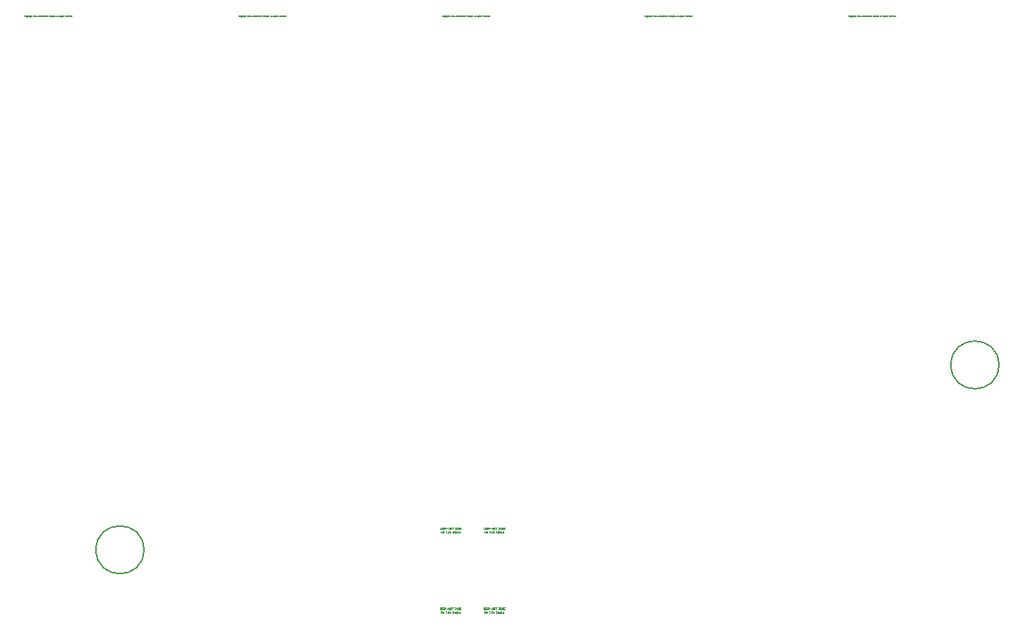
<source format=gbr>
%TF.GenerationSoftware,KiCad,Pcbnew,8.0.4*%
%TF.CreationDate,2024-11-14T02:45:49+01:00*%
%TF.ProjectId,hamodule,68616d6f-6475-46c6-952e-6b696361645f,20240908.25.8-2*%
%TF.SameCoordinates,Original*%
%TF.FileFunction,Other,Comment*%
%FSLAX46Y46*%
G04 Gerber Fmt 4.6, Leading zero omitted, Abs format (unit mm)*
G04 Created by KiCad (PCBNEW 8.0.4) date 2024-11-14 02:45:49*
%MOMM*%
%LPD*%
G01*
G04 APERTURE LIST*
%ADD10C,0.002000*%
%ADD11C,0.030000*%
%ADD12C,0.150000*%
G04 APERTURE END LIST*
D10*
X42045966Y72089447D02*
X42039918Y72083399D01*
X42039918Y72083399D02*
X42021776Y72077352D01*
X42021776Y72077352D02*
X42009680Y72077352D01*
X42009680Y72077352D02*
X41991537Y72083399D01*
X41991537Y72083399D02*
X41979442Y72095495D01*
X41979442Y72095495D02*
X41973395Y72107590D01*
X41973395Y72107590D02*
X41967347Y72131780D01*
X41967347Y72131780D02*
X41967347Y72149923D01*
X41967347Y72149923D02*
X41973395Y72174114D01*
X41973395Y72174114D02*
X41979442Y72186209D01*
X41979442Y72186209D02*
X41991537Y72198304D01*
X41991537Y72198304D02*
X42009680Y72204352D01*
X42009680Y72204352D02*
X42021776Y72204352D01*
X42021776Y72204352D02*
X42039918Y72198304D01*
X42039918Y72198304D02*
X42045966Y72192257D01*
X42118537Y72077352D02*
X42106442Y72083399D01*
X42106442Y72083399D02*
X42100395Y72089447D01*
X42100395Y72089447D02*
X42094347Y72101542D01*
X42094347Y72101542D02*
X42094347Y72137828D01*
X42094347Y72137828D02*
X42100395Y72149923D01*
X42100395Y72149923D02*
X42106442Y72155971D01*
X42106442Y72155971D02*
X42118537Y72162019D01*
X42118537Y72162019D02*
X42136680Y72162019D01*
X42136680Y72162019D02*
X42148776Y72155971D01*
X42148776Y72155971D02*
X42154823Y72149923D01*
X42154823Y72149923D02*
X42160871Y72137828D01*
X42160871Y72137828D02*
X42160871Y72101542D01*
X42160871Y72101542D02*
X42154823Y72089447D01*
X42154823Y72089447D02*
X42148776Y72083399D01*
X42148776Y72083399D02*
X42136680Y72077352D01*
X42136680Y72077352D02*
X42118537Y72077352D01*
X42215300Y72162019D02*
X42215300Y72035019D01*
X42215300Y72155971D02*
X42227395Y72162019D01*
X42227395Y72162019D02*
X42251585Y72162019D01*
X42251585Y72162019D02*
X42263681Y72155971D01*
X42263681Y72155971D02*
X42269728Y72149923D01*
X42269728Y72149923D02*
X42275776Y72137828D01*
X42275776Y72137828D02*
X42275776Y72101542D01*
X42275776Y72101542D02*
X42269728Y72089447D01*
X42269728Y72089447D02*
X42263681Y72083399D01*
X42263681Y72083399D02*
X42251585Y72077352D01*
X42251585Y72077352D02*
X42227395Y72077352D01*
X42227395Y72077352D02*
X42215300Y72083399D01*
X42318109Y72162019D02*
X42348347Y72077352D01*
X42378586Y72162019D02*
X42348347Y72077352D01*
X42348347Y72077352D02*
X42336252Y72047114D01*
X42336252Y72047114D02*
X42330205Y72041066D01*
X42330205Y72041066D02*
X42318109Y72035019D01*
X42426967Y72077352D02*
X42426967Y72162019D01*
X42426967Y72137828D02*
X42433014Y72149923D01*
X42433014Y72149923D02*
X42439062Y72155971D01*
X42439062Y72155971D02*
X42451157Y72162019D01*
X42451157Y72162019D02*
X42463252Y72162019D01*
X42505586Y72077352D02*
X42505586Y72162019D01*
X42505586Y72204352D02*
X42499538Y72198304D01*
X42499538Y72198304D02*
X42505586Y72192257D01*
X42505586Y72192257D02*
X42511633Y72198304D01*
X42511633Y72198304D02*
X42505586Y72204352D01*
X42505586Y72204352D02*
X42505586Y72192257D01*
X42620490Y72162019D02*
X42620490Y72059209D01*
X42620490Y72059209D02*
X42614443Y72047114D01*
X42614443Y72047114D02*
X42608395Y72041066D01*
X42608395Y72041066D02*
X42596300Y72035019D01*
X42596300Y72035019D02*
X42578157Y72035019D01*
X42578157Y72035019D02*
X42566062Y72041066D01*
X42620490Y72083399D02*
X42608395Y72077352D01*
X42608395Y72077352D02*
X42584204Y72077352D01*
X42584204Y72077352D02*
X42572109Y72083399D01*
X42572109Y72083399D02*
X42566062Y72089447D01*
X42566062Y72089447D02*
X42560014Y72101542D01*
X42560014Y72101542D02*
X42560014Y72137828D01*
X42560014Y72137828D02*
X42566062Y72149923D01*
X42566062Y72149923D02*
X42572109Y72155971D01*
X42572109Y72155971D02*
X42584204Y72162019D01*
X42584204Y72162019D02*
X42608395Y72162019D01*
X42608395Y72162019D02*
X42620490Y72155971D01*
X42680967Y72077352D02*
X42680967Y72204352D01*
X42735395Y72077352D02*
X42735395Y72143876D01*
X42735395Y72143876D02*
X42729348Y72155971D01*
X42729348Y72155971D02*
X42717252Y72162019D01*
X42717252Y72162019D02*
X42699109Y72162019D01*
X42699109Y72162019D02*
X42687014Y72155971D01*
X42687014Y72155971D02*
X42680967Y72149923D01*
X42777729Y72162019D02*
X42826110Y72162019D01*
X42795872Y72204352D02*
X42795872Y72095495D01*
X42795872Y72095495D02*
X42801919Y72083399D01*
X42801919Y72083399D02*
X42814014Y72077352D01*
X42814014Y72077352D02*
X42826110Y72077352D01*
X42959157Y72192257D02*
X42965205Y72198304D01*
X42965205Y72198304D02*
X42977300Y72204352D01*
X42977300Y72204352D02*
X43007538Y72204352D01*
X43007538Y72204352D02*
X43019633Y72198304D01*
X43019633Y72198304D02*
X43025681Y72192257D01*
X43025681Y72192257D02*
X43031728Y72180161D01*
X43031728Y72180161D02*
X43031728Y72168066D01*
X43031728Y72168066D02*
X43025681Y72149923D01*
X43025681Y72149923D02*
X42953109Y72077352D01*
X42953109Y72077352D02*
X43031728Y72077352D01*
X43110347Y72204352D02*
X43122442Y72204352D01*
X43122442Y72204352D02*
X43134538Y72198304D01*
X43134538Y72198304D02*
X43140585Y72192257D01*
X43140585Y72192257D02*
X43146633Y72180161D01*
X43146633Y72180161D02*
X43152680Y72155971D01*
X43152680Y72155971D02*
X43152680Y72125733D01*
X43152680Y72125733D02*
X43146633Y72101542D01*
X43146633Y72101542D02*
X43140585Y72089447D01*
X43140585Y72089447D02*
X43134538Y72083399D01*
X43134538Y72083399D02*
X43122442Y72077352D01*
X43122442Y72077352D02*
X43110347Y72077352D01*
X43110347Y72077352D02*
X43098252Y72083399D01*
X43098252Y72083399D02*
X43092204Y72089447D01*
X43092204Y72089447D02*
X43086157Y72101542D01*
X43086157Y72101542D02*
X43080109Y72125733D01*
X43080109Y72125733D02*
X43080109Y72155971D01*
X43080109Y72155971D02*
X43086157Y72180161D01*
X43086157Y72180161D02*
X43092204Y72192257D01*
X43092204Y72192257D02*
X43098252Y72198304D01*
X43098252Y72198304D02*
X43110347Y72204352D01*
X43201061Y72192257D02*
X43207109Y72198304D01*
X43207109Y72198304D02*
X43219204Y72204352D01*
X43219204Y72204352D02*
X43249442Y72204352D01*
X43249442Y72204352D02*
X43261537Y72198304D01*
X43261537Y72198304D02*
X43267585Y72192257D01*
X43267585Y72192257D02*
X43273632Y72180161D01*
X43273632Y72180161D02*
X43273632Y72168066D01*
X43273632Y72168066D02*
X43267585Y72149923D01*
X43267585Y72149923D02*
X43195013Y72077352D01*
X43195013Y72077352D02*
X43273632Y72077352D01*
X43394584Y72077352D02*
X43322013Y72077352D01*
X43358299Y72077352D02*
X43358299Y72204352D01*
X43358299Y72204352D02*
X43346203Y72186209D01*
X43346203Y72186209D02*
X43334108Y72174114D01*
X43334108Y72174114D02*
X43322013Y72168066D01*
X43539727Y72113638D02*
X43600203Y72113638D01*
X43527632Y72077352D02*
X43569965Y72204352D01*
X43569965Y72204352D02*
X43612298Y72077352D01*
X43709060Y72083399D02*
X43696965Y72077352D01*
X43696965Y72077352D02*
X43672774Y72077352D01*
X43672774Y72077352D02*
X43660679Y72083399D01*
X43660679Y72083399D02*
X43654632Y72089447D01*
X43654632Y72089447D02*
X43648584Y72101542D01*
X43648584Y72101542D02*
X43648584Y72137828D01*
X43648584Y72137828D02*
X43654632Y72149923D01*
X43654632Y72149923D02*
X43660679Y72155971D01*
X43660679Y72155971D02*
X43672774Y72162019D01*
X43672774Y72162019D02*
X43696965Y72162019D01*
X43696965Y72162019D02*
X43709060Y72155971D01*
X43817917Y72083399D02*
X43805822Y72077352D01*
X43805822Y72077352D02*
X43781631Y72077352D01*
X43781631Y72077352D02*
X43769536Y72083399D01*
X43769536Y72083399D02*
X43763489Y72089447D01*
X43763489Y72089447D02*
X43757441Y72101542D01*
X43757441Y72101542D02*
X43757441Y72137828D01*
X43757441Y72137828D02*
X43763489Y72149923D01*
X43763489Y72149923D02*
X43769536Y72155971D01*
X43769536Y72155971D02*
X43781631Y72162019D01*
X43781631Y72162019D02*
X43805822Y72162019D01*
X43805822Y72162019D02*
X43817917Y72155971D01*
X43920727Y72083399D02*
X43908631Y72077352D01*
X43908631Y72077352D02*
X43884441Y72077352D01*
X43884441Y72077352D02*
X43872346Y72083399D01*
X43872346Y72083399D02*
X43866298Y72095495D01*
X43866298Y72095495D02*
X43866298Y72143876D01*
X43866298Y72143876D02*
X43872346Y72155971D01*
X43872346Y72155971D02*
X43884441Y72162019D01*
X43884441Y72162019D02*
X43908631Y72162019D01*
X43908631Y72162019D02*
X43920727Y72155971D01*
X43920727Y72155971D02*
X43926774Y72143876D01*
X43926774Y72143876D02*
X43926774Y72131780D01*
X43926774Y72131780D02*
X43866298Y72119685D01*
X43999345Y72077352D02*
X43987250Y72083399D01*
X43987250Y72083399D02*
X43981203Y72095495D01*
X43981203Y72095495D02*
X43981203Y72204352D01*
X44096108Y72083399D02*
X44084012Y72077352D01*
X44084012Y72077352D02*
X44059822Y72077352D01*
X44059822Y72077352D02*
X44047727Y72083399D01*
X44047727Y72083399D02*
X44041679Y72095495D01*
X44041679Y72095495D02*
X44041679Y72143876D01*
X44041679Y72143876D02*
X44047727Y72155971D01*
X44047727Y72155971D02*
X44059822Y72162019D01*
X44059822Y72162019D02*
X44084012Y72162019D01*
X44084012Y72162019D02*
X44096108Y72155971D01*
X44096108Y72155971D02*
X44102155Y72143876D01*
X44102155Y72143876D02*
X44102155Y72131780D01*
X44102155Y72131780D02*
X44041679Y72119685D01*
X44156584Y72077352D02*
X44156584Y72162019D01*
X44156584Y72137828D02*
X44162631Y72149923D01*
X44162631Y72149923D02*
X44168679Y72155971D01*
X44168679Y72155971D02*
X44180774Y72162019D01*
X44180774Y72162019D02*
X44192869Y72162019D01*
X44289631Y72077352D02*
X44289631Y72143876D01*
X44289631Y72143876D02*
X44283584Y72155971D01*
X44283584Y72155971D02*
X44271488Y72162019D01*
X44271488Y72162019D02*
X44247298Y72162019D01*
X44247298Y72162019D02*
X44235203Y72155971D01*
X44289631Y72083399D02*
X44277536Y72077352D01*
X44277536Y72077352D02*
X44247298Y72077352D01*
X44247298Y72077352D02*
X44235203Y72083399D01*
X44235203Y72083399D02*
X44229155Y72095495D01*
X44229155Y72095495D02*
X44229155Y72107590D01*
X44229155Y72107590D02*
X44235203Y72119685D01*
X44235203Y72119685D02*
X44247298Y72125733D01*
X44247298Y72125733D02*
X44277536Y72125733D01*
X44277536Y72125733D02*
X44289631Y72131780D01*
X44331965Y72162019D02*
X44380346Y72162019D01*
X44350108Y72204352D02*
X44350108Y72095495D01*
X44350108Y72095495D02*
X44356155Y72083399D01*
X44356155Y72083399D02*
X44368250Y72077352D01*
X44368250Y72077352D02*
X44380346Y72077352D01*
X44471060Y72083399D02*
X44458964Y72077352D01*
X44458964Y72077352D02*
X44434774Y72077352D01*
X44434774Y72077352D02*
X44422679Y72083399D01*
X44422679Y72083399D02*
X44416631Y72095495D01*
X44416631Y72095495D02*
X44416631Y72143876D01*
X44416631Y72143876D02*
X44422679Y72155971D01*
X44422679Y72155971D02*
X44434774Y72162019D01*
X44434774Y72162019D02*
X44458964Y72162019D01*
X44458964Y72162019D02*
X44471060Y72155971D01*
X44471060Y72155971D02*
X44477107Y72143876D01*
X44477107Y72143876D02*
X44477107Y72131780D01*
X44477107Y72131780D02*
X44416631Y72119685D01*
X44585964Y72077352D02*
X44585964Y72204352D01*
X44585964Y72083399D02*
X44573869Y72077352D01*
X44573869Y72077352D02*
X44549678Y72077352D01*
X44549678Y72077352D02*
X44537583Y72083399D01*
X44537583Y72083399D02*
X44531536Y72089447D01*
X44531536Y72089447D02*
X44525488Y72101542D01*
X44525488Y72101542D02*
X44525488Y72137828D01*
X44525488Y72137828D02*
X44531536Y72149923D01*
X44531536Y72149923D02*
X44537583Y72155971D01*
X44537583Y72155971D02*
X44549678Y72162019D01*
X44549678Y72162019D02*
X44573869Y72162019D01*
X44573869Y72162019D02*
X44585964Y72155971D01*
X44743203Y72077352D02*
X44743203Y72204352D01*
X44743203Y72204352D02*
X44773441Y72204352D01*
X44773441Y72204352D02*
X44791584Y72198304D01*
X44791584Y72198304D02*
X44803679Y72186209D01*
X44803679Y72186209D02*
X44809726Y72174114D01*
X44809726Y72174114D02*
X44815774Y72149923D01*
X44815774Y72149923D02*
X44815774Y72131780D01*
X44815774Y72131780D02*
X44809726Y72107590D01*
X44809726Y72107590D02*
X44803679Y72095495D01*
X44803679Y72095495D02*
X44791584Y72083399D01*
X44791584Y72083399D02*
X44773441Y72077352D01*
X44773441Y72077352D02*
X44743203Y72077352D01*
X44918584Y72083399D02*
X44906488Y72077352D01*
X44906488Y72077352D02*
X44882298Y72077352D01*
X44882298Y72077352D02*
X44870203Y72083399D01*
X44870203Y72083399D02*
X44864155Y72095495D01*
X44864155Y72095495D02*
X44864155Y72143876D01*
X44864155Y72143876D02*
X44870203Y72155971D01*
X44870203Y72155971D02*
X44882298Y72162019D01*
X44882298Y72162019D02*
X44906488Y72162019D01*
X44906488Y72162019D02*
X44918584Y72155971D01*
X44918584Y72155971D02*
X44924631Y72143876D01*
X44924631Y72143876D02*
X44924631Y72131780D01*
X44924631Y72131780D02*
X44864155Y72119685D01*
X44973012Y72083399D02*
X44985107Y72077352D01*
X44985107Y72077352D02*
X45009298Y72077352D01*
X45009298Y72077352D02*
X45021393Y72083399D01*
X45021393Y72083399D02*
X45027441Y72095495D01*
X45027441Y72095495D02*
X45027441Y72101542D01*
X45027441Y72101542D02*
X45021393Y72113638D01*
X45021393Y72113638D02*
X45009298Y72119685D01*
X45009298Y72119685D02*
X44991155Y72119685D01*
X44991155Y72119685D02*
X44979060Y72125733D01*
X44979060Y72125733D02*
X44973012Y72137828D01*
X44973012Y72137828D02*
X44973012Y72143876D01*
X44973012Y72143876D02*
X44979060Y72155971D01*
X44979060Y72155971D02*
X44991155Y72162019D01*
X44991155Y72162019D02*
X45009298Y72162019D01*
X45009298Y72162019D02*
X45021393Y72155971D01*
X45081870Y72077352D02*
X45081870Y72162019D01*
X45081870Y72204352D02*
X45075822Y72198304D01*
X45075822Y72198304D02*
X45081870Y72192257D01*
X45081870Y72192257D02*
X45087917Y72198304D01*
X45087917Y72198304D02*
X45081870Y72204352D01*
X45081870Y72204352D02*
X45081870Y72192257D01*
X45196774Y72162019D02*
X45196774Y72059209D01*
X45196774Y72059209D02*
X45190727Y72047114D01*
X45190727Y72047114D02*
X45184679Y72041066D01*
X45184679Y72041066D02*
X45172584Y72035019D01*
X45172584Y72035019D02*
X45154441Y72035019D01*
X45154441Y72035019D02*
X45142346Y72041066D01*
X45196774Y72083399D02*
X45184679Y72077352D01*
X45184679Y72077352D02*
X45160488Y72077352D01*
X45160488Y72077352D02*
X45148393Y72083399D01*
X45148393Y72083399D02*
X45142346Y72089447D01*
X45142346Y72089447D02*
X45136298Y72101542D01*
X45136298Y72101542D02*
X45136298Y72137828D01*
X45136298Y72137828D02*
X45142346Y72149923D01*
X45142346Y72149923D02*
X45148393Y72155971D01*
X45148393Y72155971D02*
X45160488Y72162019D01*
X45160488Y72162019D02*
X45184679Y72162019D01*
X45184679Y72162019D02*
X45196774Y72155971D01*
X45257251Y72162019D02*
X45257251Y72077352D01*
X45257251Y72149923D02*
X45263298Y72155971D01*
X45263298Y72155971D02*
X45275393Y72162019D01*
X45275393Y72162019D02*
X45293536Y72162019D01*
X45293536Y72162019D02*
X45305632Y72155971D01*
X45305632Y72155971D02*
X45311679Y72143876D01*
X45311679Y72143876D02*
X45311679Y72077352D01*
X45366108Y72083399D02*
X45378203Y72077352D01*
X45378203Y72077352D02*
X45402394Y72077352D01*
X45402394Y72077352D02*
X45414489Y72083399D01*
X45414489Y72083399D02*
X45420537Y72095495D01*
X45420537Y72095495D02*
X45420537Y72101542D01*
X45420537Y72101542D02*
X45414489Y72113638D01*
X45414489Y72113638D02*
X45402394Y72119685D01*
X45402394Y72119685D02*
X45384251Y72119685D01*
X45384251Y72119685D02*
X45372156Y72125733D01*
X45372156Y72125733D02*
X45366108Y72137828D01*
X45366108Y72137828D02*
X45366108Y72143876D01*
X45366108Y72143876D02*
X45372156Y72155971D01*
X45372156Y72155971D02*
X45384251Y72162019D01*
X45384251Y72162019D02*
X45402394Y72162019D01*
X45402394Y72162019D02*
X45414489Y72155971D01*
X45474966Y72089447D02*
X45481013Y72083399D01*
X45481013Y72083399D02*
X45474966Y72077352D01*
X45474966Y72077352D02*
X45468918Y72083399D01*
X45468918Y72083399D02*
X45474966Y72089447D01*
X45474966Y72089447D02*
X45474966Y72077352D01*
X45626156Y72113638D02*
X45686632Y72113638D01*
X45614061Y72077352D02*
X45656394Y72204352D01*
X45656394Y72204352D02*
X45698727Y72077352D01*
X45759203Y72077352D02*
X45747108Y72083399D01*
X45747108Y72083399D02*
X45741061Y72095495D01*
X45741061Y72095495D02*
X45741061Y72204352D01*
X45825727Y72077352D02*
X45813632Y72083399D01*
X45813632Y72083399D02*
X45807585Y72095495D01*
X45807585Y72095495D02*
X45807585Y72204352D01*
X45970871Y72077352D02*
X45970871Y72162019D01*
X45970871Y72137828D02*
X45976918Y72149923D01*
X45976918Y72149923D02*
X45982966Y72155971D01*
X45982966Y72155971D02*
X45995061Y72162019D01*
X45995061Y72162019D02*
X46007156Y72162019D01*
X46049490Y72077352D02*
X46049490Y72162019D01*
X46049490Y72204352D02*
X46043442Y72198304D01*
X46043442Y72198304D02*
X46049490Y72192257D01*
X46049490Y72192257D02*
X46055537Y72198304D01*
X46055537Y72198304D02*
X46049490Y72204352D01*
X46049490Y72204352D02*
X46049490Y72192257D01*
X46164394Y72162019D02*
X46164394Y72059209D01*
X46164394Y72059209D02*
X46158347Y72047114D01*
X46158347Y72047114D02*
X46152299Y72041066D01*
X46152299Y72041066D02*
X46140204Y72035019D01*
X46140204Y72035019D02*
X46122061Y72035019D01*
X46122061Y72035019D02*
X46109966Y72041066D01*
X46164394Y72083399D02*
X46152299Y72077352D01*
X46152299Y72077352D02*
X46128108Y72077352D01*
X46128108Y72077352D02*
X46116013Y72083399D01*
X46116013Y72083399D02*
X46109966Y72089447D01*
X46109966Y72089447D02*
X46103918Y72101542D01*
X46103918Y72101542D02*
X46103918Y72137828D01*
X46103918Y72137828D02*
X46109966Y72149923D01*
X46109966Y72149923D02*
X46116013Y72155971D01*
X46116013Y72155971D02*
X46128108Y72162019D01*
X46128108Y72162019D02*
X46152299Y72162019D01*
X46152299Y72162019D02*
X46164394Y72155971D01*
X46224871Y72077352D02*
X46224871Y72204352D01*
X46279299Y72077352D02*
X46279299Y72143876D01*
X46279299Y72143876D02*
X46273252Y72155971D01*
X46273252Y72155971D02*
X46261156Y72162019D01*
X46261156Y72162019D02*
X46243013Y72162019D01*
X46243013Y72162019D02*
X46230918Y72155971D01*
X46230918Y72155971D02*
X46224871Y72149923D01*
X46321633Y72162019D02*
X46370014Y72162019D01*
X46339776Y72204352D02*
X46339776Y72095495D01*
X46339776Y72095495D02*
X46345823Y72083399D01*
X46345823Y72083399D02*
X46357918Y72077352D01*
X46357918Y72077352D02*
X46370014Y72077352D01*
X46406299Y72083399D02*
X46418394Y72077352D01*
X46418394Y72077352D02*
X46442585Y72077352D01*
X46442585Y72077352D02*
X46454680Y72083399D01*
X46454680Y72083399D02*
X46460728Y72095495D01*
X46460728Y72095495D02*
X46460728Y72101542D01*
X46460728Y72101542D02*
X46454680Y72113638D01*
X46454680Y72113638D02*
X46442585Y72119685D01*
X46442585Y72119685D02*
X46424442Y72119685D01*
X46424442Y72119685D02*
X46412347Y72125733D01*
X46412347Y72125733D02*
X46406299Y72137828D01*
X46406299Y72137828D02*
X46406299Y72143876D01*
X46406299Y72143876D02*
X46412347Y72155971D01*
X46412347Y72155971D02*
X46424442Y72162019D01*
X46424442Y72162019D02*
X46442585Y72162019D01*
X46442585Y72162019D02*
X46454680Y72155971D01*
X46611919Y72077352D02*
X46611919Y72162019D01*
X46611919Y72137828D02*
X46617966Y72149923D01*
X46617966Y72149923D02*
X46624014Y72155971D01*
X46624014Y72155971D02*
X46636109Y72162019D01*
X46636109Y72162019D02*
X46648204Y72162019D01*
X46738919Y72083399D02*
X46726823Y72077352D01*
X46726823Y72077352D02*
X46702633Y72077352D01*
X46702633Y72077352D02*
X46690538Y72083399D01*
X46690538Y72083399D02*
X46684490Y72095495D01*
X46684490Y72095495D02*
X46684490Y72143876D01*
X46684490Y72143876D02*
X46690538Y72155971D01*
X46690538Y72155971D02*
X46702633Y72162019D01*
X46702633Y72162019D02*
X46726823Y72162019D01*
X46726823Y72162019D02*
X46738919Y72155971D01*
X46738919Y72155971D02*
X46744966Y72143876D01*
X46744966Y72143876D02*
X46744966Y72131780D01*
X46744966Y72131780D02*
X46684490Y72119685D01*
X46793347Y72083399D02*
X46805442Y72077352D01*
X46805442Y72077352D02*
X46829633Y72077352D01*
X46829633Y72077352D02*
X46841728Y72083399D01*
X46841728Y72083399D02*
X46847776Y72095495D01*
X46847776Y72095495D02*
X46847776Y72101542D01*
X46847776Y72101542D02*
X46841728Y72113638D01*
X46841728Y72113638D02*
X46829633Y72119685D01*
X46829633Y72119685D02*
X46811490Y72119685D01*
X46811490Y72119685D02*
X46799395Y72125733D01*
X46799395Y72125733D02*
X46793347Y72137828D01*
X46793347Y72137828D02*
X46793347Y72143876D01*
X46793347Y72143876D02*
X46799395Y72155971D01*
X46799395Y72155971D02*
X46811490Y72162019D01*
X46811490Y72162019D02*
X46829633Y72162019D01*
X46829633Y72162019D02*
X46841728Y72155971D01*
X46950586Y72083399D02*
X46938490Y72077352D01*
X46938490Y72077352D02*
X46914300Y72077352D01*
X46914300Y72077352D02*
X46902205Y72083399D01*
X46902205Y72083399D02*
X46896157Y72095495D01*
X46896157Y72095495D02*
X46896157Y72143876D01*
X46896157Y72143876D02*
X46902205Y72155971D01*
X46902205Y72155971D02*
X46914300Y72162019D01*
X46914300Y72162019D02*
X46938490Y72162019D01*
X46938490Y72162019D02*
X46950586Y72155971D01*
X46950586Y72155971D02*
X46956633Y72143876D01*
X46956633Y72143876D02*
X46956633Y72131780D01*
X46956633Y72131780D02*
X46896157Y72119685D01*
X47011062Y72077352D02*
X47011062Y72162019D01*
X47011062Y72137828D02*
X47017109Y72149923D01*
X47017109Y72149923D02*
X47023157Y72155971D01*
X47023157Y72155971D02*
X47035252Y72162019D01*
X47035252Y72162019D02*
X47047347Y72162019D01*
X47077585Y72162019D02*
X47107823Y72077352D01*
X47107823Y72077352D02*
X47138062Y72162019D01*
X47234824Y72083399D02*
X47222728Y72077352D01*
X47222728Y72077352D02*
X47198538Y72077352D01*
X47198538Y72077352D02*
X47186443Y72083399D01*
X47186443Y72083399D02*
X47180395Y72095495D01*
X47180395Y72095495D02*
X47180395Y72143876D01*
X47180395Y72143876D02*
X47186443Y72155971D01*
X47186443Y72155971D02*
X47198538Y72162019D01*
X47198538Y72162019D02*
X47222728Y72162019D01*
X47222728Y72162019D02*
X47234824Y72155971D01*
X47234824Y72155971D02*
X47240871Y72143876D01*
X47240871Y72143876D02*
X47240871Y72131780D01*
X47240871Y72131780D02*
X47180395Y72119685D01*
X47349728Y72077352D02*
X47349728Y72204352D01*
X47349728Y72083399D02*
X47337633Y72077352D01*
X47337633Y72077352D02*
X47313442Y72077352D01*
X47313442Y72077352D02*
X47301347Y72083399D01*
X47301347Y72083399D02*
X47295300Y72089447D01*
X47295300Y72089447D02*
X47289252Y72101542D01*
X47289252Y72101542D02*
X47289252Y72137828D01*
X47289252Y72137828D02*
X47295300Y72149923D01*
X47295300Y72149923D02*
X47301347Y72155971D01*
X47301347Y72155971D02*
X47313442Y72162019D01*
X47313442Y72162019D02*
X47337633Y72162019D01*
X47337633Y72162019D02*
X47349728Y72155971D01*
X47410205Y72089447D02*
X47416252Y72083399D01*
X47416252Y72083399D02*
X47410205Y72077352D01*
X47410205Y72077352D02*
X47404157Y72083399D01*
X47404157Y72083399D02*
X47410205Y72089447D01*
X47410205Y72089447D02*
X47410205Y72077352D01*
X17498166Y72065848D02*
X17492118Y72059800D01*
X17492118Y72059800D02*
X17473976Y72053753D01*
X17473976Y72053753D02*
X17461880Y72053753D01*
X17461880Y72053753D02*
X17443737Y72059800D01*
X17443737Y72059800D02*
X17431642Y72071896D01*
X17431642Y72071896D02*
X17425595Y72083991D01*
X17425595Y72083991D02*
X17419547Y72108181D01*
X17419547Y72108181D02*
X17419547Y72126324D01*
X17419547Y72126324D02*
X17425595Y72150515D01*
X17425595Y72150515D02*
X17431642Y72162610D01*
X17431642Y72162610D02*
X17443737Y72174705D01*
X17443737Y72174705D02*
X17461880Y72180753D01*
X17461880Y72180753D02*
X17473976Y72180753D01*
X17473976Y72180753D02*
X17492118Y72174705D01*
X17492118Y72174705D02*
X17498166Y72168658D01*
X17570737Y72053753D02*
X17558642Y72059800D01*
X17558642Y72059800D02*
X17552595Y72065848D01*
X17552595Y72065848D02*
X17546547Y72077943D01*
X17546547Y72077943D02*
X17546547Y72114229D01*
X17546547Y72114229D02*
X17552595Y72126324D01*
X17552595Y72126324D02*
X17558642Y72132372D01*
X17558642Y72132372D02*
X17570737Y72138420D01*
X17570737Y72138420D02*
X17588880Y72138420D01*
X17588880Y72138420D02*
X17600976Y72132372D01*
X17600976Y72132372D02*
X17607023Y72126324D01*
X17607023Y72126324D02*
X17613071Y72114229D01*
X17613071Y72114229D02*
X17613071Y72077943D01*
X17613071Y72077943D02*
X17607023Y72065848D01*
X17607023Y72065848D02*
X17600976Y72059800D01*
X17600976Y72059800D02*
X17588880Y72053753D01*
X17588880Y72053753D02*
X17570737Y72053753D01*
X17667500Y72138420D02*
X17667500Y72011420D01*
X17667500Y72132372D02*
X17679595Y72138420D01*
X17679595Y72138420D02*
X17703785Y72138420D01*
X17703785Y72138420D02*
X17715881Y72132372D01*
X17715881Y72132372D02*
X17721928Y72126324D01*
X17721928Y72126324D02*
X17727976Y72114229D01*
X17727976Y72114229D02*
X17727976Y72077943D01*
X17727976Y72077943D02*
X17721928Y72065848D01*
X17721928Y72065848D02*
X17715881Y72059800D01*
X17715881Y72059800D02*
X17703785Y72053753D01*
X17703785Y72053753D02*
X17679595Y72053753D01*
X17679595Y72053753D02*
X17667500Y72059800D01*
X17770309Y72138420D02*
X17800547Y72053753D01*
X17830786Y72138420D02*
X17800547Y72053753D01*
X17800547Y72053753D02*
X17788452Y72023515D01*
X17788452Y72023515D02*
X17782405Y72017467D01*
X17782405Y72017467D02*
X17770309Y72011420D01*
X17879167Y72053753D02*
X17879167Y72138420D01*
X17879167Y72114229D02*
X17885214Y72126324D01*
X17885214Y72126324D02*
X17891262Y72132372D01*
X17891262Y72132372D02*
X17903357Y72138420D01*
X17903357Y72138420D02*
X17915452Y72138420D01*
X17957786Y72053753D02*
X17957786Y72138420D01*
X17957786Y72180753D02*
X17951738Y72174705D01*
X17951738Y72174705D02*
X17957786Y72168658D01*
X17957786Y72168658D02*
X17963833Y72174705D01*
X17963833Y72174705D02*
X17957786Y72180753D01*
X17957786Y72180753D02*
X17957786Y72168658D01*
X18072690Y72138420D02*
X18072690Y72035610D01*
X18072690Y72035610D02*
X18066643Y72023515D01*
X18066643Y72023515D02*
X18060595Y72017467D01*
X18060595Y72017467D02*
X18048500Y72011420D01*
X18048500Y72011420D02*
X18030357Y72011420D01*
X18030357Y72011420D02*
X18018262Y72017467D01*
X18072690Y72059800D02*
X18060595Y72053753D01*
X18060595Y72053753D02*
X18036404Y72053753D01*
X18036404Y72053753D02*
X18024309Y72059800D01*
X18024309Y72059800D02*
X18018262Y72065848D01*
X18018262Y72065848D02*
X18012214Y72077943D01*
X18012214Y72077943D02*
X18012214Y72114229D01*
X18012214Y72114229D02*
X18018262Y72126324D01*
X18018262Y72126324D02*
X18024309Y72132372D01*
X18024309Y72132372D02*
X18036404Y72138420D01*
X18036404Y72138420D02*
X18060595Y72138420D01*
X18060595Y72138420D02*
X18072690Y72132372D01*
X18133167Y72053753D02*
X18133167Y72180753D01*
X18187595Y72053753D02*
X18187595Y72120277D01*
X18187595Y72120277D02*
X18181548Y72132372D01*
X18181548Y72132372D02*
X18169452Y72138420D01*
X18169452Y72138420D02*
X18151309Y72138420D01*
X18151309Y72138420D02*
X18139214Y72132372D01*
X18139214Y72132372D02*
X18133167Y72126324D01*
X18229929Y72138420D02*
X18278310Y72138420D01*
X18248072Y72180753D02*
X18248072Y72071896D01*
X18248072Y72071896D02*
X18254119Y72059800D01*
X18254119Y72059800D02*
X18266214Y72053753D01*
X18266214Y72053753D02*
X18278310Y72053753D01*
X18411357Y72168658D02*
X18417405Y72174705D01*
X18417405Y72174705D02*
X18429500Y72180753D01*
X18429500Y72180753D02*
X18459738Y72180753D01*
X18459738Y72180753D02*
X18471833Y72174705D01*
X18471833Y72174705D02*
X18477881Y72168658D01*
X18477881Y72168658D02*
X18483928Y72156562D01*
X18483928Y72156562D02*
X18483928Y72144467D01*
X18483928Y72144467D02*
X18477881Y72126324D01*
X18477881Y72126324D02*
X18405309Y72053753D01*
X18405309Y72053753D02*
X18483928Y72053753D01*
X18562547Y72180753D02*
X18574642Y72180753D01*
X18574642Y72180753D02*
X18586738Y72174705D01*
X18586738Y72174705D02*
X18592785Y72168658D01*
X18592785Y72168658D02*
X18598833Y72156562D01*
X18598833Y72156562D02*
X18604880Y72132372D01*
X18604880Y72132372D02*
X18604880Y72102134D01*
X18604880Y72102134D02*
X18598833Y72077943D01*
X18598833Y72077943D02*
X18592785Y72065848D01*
X18592785Y72065848D02*
X18586738Y72059800D01*
X18586738Y72059800D02*
X18574642Y72053753D01*
X18574642Y72053753D02*
X18562547Y72053753D01*
X18562547Y72053753D02*
X18550452Y72059800D01*
X18550452Y72059800D02*
X18544404Y72065848D01*
X18544404Y72065848D02*
X18538357Y72077943D01*
X18538357Y72077943D02*
X18532309Y72102134D01*
X18532309Y72102134D02*
X18532309Y72132372D01*
X18532309Y72132372D02*
X18538357Y72156562D01*
X18538357Y72156562D02*
X18544404Y72168658D01*
X18544404Y72168658D02*
X18550452Y72174705D01*
X18550452Y72174705D02*
X18562547Y72180753D01*
X18653261Y72168658D02*
X18659309Y72174705D01*
X18659309Y72174705D02*
X18671404Y72180753D01*
X18671404Y72180753D02*
X18701642Y72180753D01*
X18701642Y72180753D02*
X18713737Y72174705D01*
X18713737Y72174705D02*
X18719785Y72168658D01*
X18719785Y72168658D02*
X18725832Y72156562D01*
X18725832Y72156562D02*
X18725832Y72144467D01*
X18725832Y72144467D02*
X18719785Y72126324D01*
X18719785Y72126324D02*
X18647213Y72053753D01*
X18647213Y72053753D02*
X18725832Y72053753D01*
X18846784Y72053753D02*
X18774213Y72053753D01*
X18810499Y72053753D02*
X18810499Y72180753D01*
X18810499Y72180753D02*
X18798403Y72162610D01*
X18798403Y72162610D02*
X18786308Y72150515D01*
X18786308Y72150515D02*
X18774213Y72144467D01*
X18991927Y72090039D02*
X19052403Y72090039D01*
X18979832Y72053753D02*
X19022165Y72180753D01*
X19022165Y72180753D02*
X19064498Y72053753D01*
X19161260Y72059800D02*
X19149165Y72053753D01*
X19149165Y72053753D02*
X19124974Y72053753D01*
X19124974Y72053753D02*
X19112879Y72059800D01*
X19112879Y72059800D02*
X19106832Y72065848D01*
X19106832Y72065848D02*
X19100784Y72077943D01*
X19100784Y72077943D02*
X19100784Y72114229D01*
X19100784Y72114229D02*
X19106832Y72126324D01*
X19106832Y72126324D02*
X19112879Y72132372D01*
X19112879Y72132372D02*
X19124974Y72138420D01*
X19124974Y72138420D02*
X19149165Y72138420D01*
X19149165Y72138420D02*
X19161260Y72132372D01*
X19270117Y72059800D02*
X19258022Y72053753D01*
X19258022Y72053753D02*
X19233831Y72053753D01*
X19233831Y72053753D02*
X19221736Y72059800D01*
X19221736Y72059800D02*
X19215689Y72065848D01*
X19215689Y72065848D02*
X19209641Y72077943D01*
X19209641Y72077943D02*
X19209641Y72114229D01*
X19209641Y72114229D02*
X19215689Y72126324D01*
X19215689Y72126324D02*
X19221736Y72132372D01*
X19221736Y72132372D02*
X19233831Y72138420D01*
X19233831Y72138420D02*
X19258022Y72138420D01*
X19258022Y72138420D02*
X19270117Y72132372D01*
X19372927Y72059800D02*
X19360831Y72053753D01*
X19360831Y72053753D02*
X19336641Y72053753D01*
X19336641Y72053753D02*
X19324546Y72059800D01*
X19324546Y72059800D02*
X19318498Y72071896D01*
X19318498Y72071896D02*
X19318498Y72120277D01*
X19318498Y72120277D02*
X19324546Y72132372D01*
X19324546Y72132372D02*
X19336641Y72138420D01*
X19336641Y72138420D02*
X19360831Y72138420D01*
X19360831Y72138420D02*
X19372927Y72132372D01*
X19372927Y72132372D02*
X19378974Y72120277D01*
X19378974Y72120277D02*
X19378974Y72108181D01*
X19378974Y72108181D02*
X19318498Y72096086D01*
X19451545Y72053753D02*
X19439450Y72059800D01*
X19439450Y72059800D02*
X19433403Y72071896D01*
X19433403Y72071896D02*
X19433403Y72180753D01*
X19548308Y72059800D02*
X19536212Y72053753D01*
X19536212Y72053753D02*
X19512022Y72053753D01*
X19512022Y72053753D02*
X19499927Y72059800D01*
X19499927Y72059800D02*
X19493879Y72071896D01*
X19493879Y72071896D02*
X19493879Y72120277D01*
X19493879Y72120277D02*
X19499927Y72132372D01*
X19499927Y72132372D02*
X19512022Y72138420D01*
X19512022Y72138420D02*
X19536212Y72138420D01*
X19536212Y72138420D02*
X19548308Y72132372D01*
X19548308Y72132372D02*
X19554355Y72120277D01*
X19554355Y72120277D02*
X19554355Y72108181D01*
X19554355Y72108181D02*
X19493879Y72096086D01*
X19608784Y72053753D02*
X19608784Y72138420D01*
X19608784Y72114229D02*
X19614831Y72126324D01*
X19614831Y72126324D02*
X19620879Y72132372D01*
X19620879Y72132372D02*
X19632974Y72138420D01*
X19632974Y72138420D02*
X19645069Y72138420D01*
X19741831Y72053753D02*
X19741831Y72120277D01*
X19741831Y72120277D02*
X19735784Y72132372D01*
X19735784Y72132372D02*
X19723688Y72138420D01*
X19723688Y72138420D02*
X19699498Y72138420D01*
X19699498Y72138420D02*
X19687403Y72132372D01*
X19741831Y72059800D02*
X19729736Y72053753D01*
X19729736Y72053753D02*
X19699498Y72053753D01*
X19699498Y72053753D02*
X19687403Y72059800D01*
X19687403Y72059800D02*
X19681355Y72071896D01*
X19681355Y72071896D02*
X19681355Y72083991D01*
X19681355Y72083991D02*
X19687403Y72096086D01*
X19687403Y72096086D02*
X19699498Y72102134D01*
X19699498Y72102134D02*
X19729736Y72102134D01*
X19729736Y72102134D02*
X19741831Y72108181D01*
X19784165Y72138420D02*
X19832546Y72138420D01*
X19802308Y72180753D02*
X19802308Y72071896D01*
X19802308Y72071896D02*
X19808355Y72059800D01*
X19808355Y72059800D02*
X19820450Y72053753D01*
X19820450Y72053753D02*
X19832546Y72053753D01*
X19923260Y72059800D02*
X19911164Y72053753D01*
X19911164Y72053753D02*
X19886974Y72053753D01*
X19886974Y72053753D02*
X19874879Y72059800D01*
X19874879Y72059800D02*
X19868831Y72071896D01*
X19868831Y72071896D02*
X19868831Y72120277D01*
X19868831Y72120277D02*
X19874879Y72132372D01*
X19874879Y72132372D02*
X19886974Y72138420D01*
X19886974Y72138420D02*
X19911164Y72138420D01*
X19911164Y72138420D02*
X19923260Y72132372D01*
X19923260Y72132372D02*
X19929307Y72120277D01*
X19929307Y72120277D02*
X19929307Y72108181D01*
X19929307Y72108181D02*
X19868831Y72096086D01*
X20038164Y72053753D02*
X20038164Y72180753D01*
X20038164Y72059800D02*
X20026069Y72053753D01*
X20026069Y72053753D02*
X20001878Y72053753D01*
X20001878Y72053753D02*
X19989783Y72059800D01*
X19989783Y72059800D02*
X19983736Y72065848D01*
X19983736Y72065848D02*
X19977688Y72077943D01*
X19977688Y72077943D02*
X19977688Y72114229D01*
X19977688Y72114229D02*
X19983736Y72126324D01*
X19983736Y72126324D02*
X19989783Y72132372D01*
X19989783Y72132372D02*
X20001878Y72138420D01*
X20001878Y72138420D02*
X20026069Y72138420D01*
X20026069Y72138420D02*
X20038164Y72132372D01*
X20195403Y72053753D02*
X20195403Y72180753D01*
X20195403Y72180753D02*
X20225641Y72180753D01*
X20225641Y72180753D02*
X20243784Y72174705D01*
X20243784Y72174705D02*
X20255879Y72162610D01*
X20255879Y72162610D02*
X20261926Y72150515D01*
X20261926Y72150515D02*
X20267974Y72126324D01*
X20267974Y72126324D02*
X20267974Y72108181D01*
X20267974Y72108181D02*
X20261926Y72083991D01*
X20261926Y72083991D02*
X20255879Y72071896D01*
X20255879Y72071896D02*
X20243784Y72059800D01*
X20243784Y72059800D02*
X20225641Y72053753D01*
X20225641Y72053753D02*
X20195403Y72053753D01*
X20370784Y72059800D02*
X20358688Y72053753D01*
X20358688Y72053753D02*
X20334498Y72053753D01*
X20334498Y72053753D02*
X20322403Y72059800D01*
X20322403Y72059800D02*
X20316355Y72071896D01*
X20316355Y72071896D02*
X20316355Y72120277D01*
X20316355Y72120277D02*
X20322403Y72132372D01*
X20322403Y72132372D02*
X20334498Y72138420D01*
X20334498Y72138420D02*
X20358688Y72138420D01*
X20358688Y72138420D02*
X20370784Y72132372D01*
X20370784Y72132372D02*
X20376831Y72120277D01*
X20376831Y72120277D02*
X20376831Y72108181D01*
X20376831Y72108181D02*
X20316355Y72096086D01*
X20425212Y72059800D02*
X20437307Y72053753D01*
X20437307Y72053753D02*
X20461498Y72053753D01*
X20461498Y72053753D02*
X20473593Y72059800D01*
X20473593Y72059800D02*
X20479641Y72071896D01*
X20479641Y72071896D02*
X20479641Y72077943D01*
X20479641Y72077943D02*
X20473593Y72090039D01*
X20473593Y72090039D02*
X20461498Y72096086D01*
X20461498Y72096086D02*
X20443355Y72096086D01*
X20443355Y72096086D02*
X20431260Y72102134D01*
X20431260Y72102134D02*
X20425212Y72114229D01*
X20425212Y72114229D02*
X20425212Y72120277D01*
X20425212Y72120277D02*
X20431260Y72132372D01*
X20431260Y72132372D02*
X20443355Y72138420D01*
X20443355Y72138420D02*
X20461498Y72138420D01*
X20461498Y72138420D02*
X20473593Y72132372D01*
X20534070Y72053753D02*
X20534070Y72138420D01*
X20534070Y72180753D02*
X20528022Y72174705D01*
X20528022Y72174705D02*
X20534070Y72168658D01*
X20534070Y72168658D02*
X20540117Y72174705D01*
X20540117Y72174705D02*
X20534070Y72180753D01*
X20534070Y72180753D02*
X20534070Y72168658D01*
X20648974Y72138420D02*
X20648974Y72035610D01*
X20648974Y72035610D02*
X20642927Y72023515D01*
X20642927Y72023515D02*
X20636879Y72017467D01*
X20636879Y72017467D02*
X20624784Y72011420D01*
X20624784Y72011420D02*
X20606641Y72011420D01*
X20606641Y72011420D02*
X20594546Y72017467D01*
X20648974Y72059800D02*
X20636879Y72053753D01*
X20636879Y72053753D02*
X20612688Y72053753D01*
X20612688Y72053753D02*
X20600593Y72059800D01*
X20600593Y72059800D02*
X20594546Y72065848D01*
X20594546Y72065848D02*
X20588498Y72077943D01*
X20588498Y72077943D02*
X20588498Y72114229D01*
X20588498Y72114229D02*
X20594546Y72126324D01*
X20594546Y72126324D02*
X20600593Y72132372D01*
X20600593Y72132372D02*
X20612688Y72138420D01*
X20612688Y72138420D02*
X20636879Y72138420D01*
X20636879Y72138420D02*
X20648974Y72132372D01*
X20709451Y72138420D02*
X20709451Y72053753D01*
X20709451Y72126324D02*
X20715498Y72132372D01*
X20715498Y72132372D02*
X20727593Y72138420D01*
X20727593Y72138420D02*
X20745736Y72138420D01*
X20745736Y72138420D02*
X20757832Y72132372D01*
X20757832Y72132372D02*
X20763879Y72120277D01*
X20763879Y72120277D02*
X20763879Y72053753D01*
X20818308Y72059800D02*
X20830403Y72053753D01*
X20830403Y72053753D02*
X20854594Y72053753D01*
X20854594Y72053753D02*
X20866689Y72059800D01*
X20866689Y72059800D02*
X20872737Y72071896D01*
X20872737Y72071896D02*
X20872737Y72077943D01*
X20872737Y72077943D02*
X20866689Y72090039D01*
X20866689Y72090039D02*
X20854594Y72096086D01*
X20854594Y72096086D02*
X20836451Y72096086D01*
X20836451Y72096086D02*
X20824356Y72102134D01*
X20824356Y72102134D02*
X20818308Y72114229D01*
X20818308Y72114229D02*
X20818308Y72120277D01*
X20818308Y72120277D02*
X20824356Y72132372D01*
X20824356Y72132372D02*
X20836451Y72138420D01*
X20836451Y72138420D02*
X20854594Y72138420D01*
X20854594Y72138420D02*
X20866689Y72132372D01*
X20927166Y72065848D02*
X20933213Y72059800D01*
X20933213Y72059800D02*
X20927166Y72053753D01*
X20927166Y72053753D02*
X20921118Y72059800D01*
X20921118Y72059800D02*
X20927166Y72065848D01*
X20927166Y72065848D02*
X20927166Y72053753D01*
X21078356Y72090039D02*
X21138832Y72090039D01*
X21066261Y72053753D02*
X21108594Y72180753D01*
X21108594Y72180753D02*
X21150927Y72053753D01*
X21211403Y72053753D02*
X21199308Y72059800D01*
X21199308Y72059800D02*
X21193261Y72071896D01*
X21193261Y72071896D02*
X21193261Y72180753D01*
X21277927Y72053753D02*
X21265832Y72059800D01*
X21265832Y72059800D02*
X21259785Y72071896D01*
X21259785Y72071896D02*
X21259785Y72180753D01*
X21423071Y72053753D02*
X21423071Y72138420D01*
X21423071Y72114229D02*
X21429118Y72126324D01*
X21429118Y72126324D02*
X21435166Y72132372D01*
X21435166Y72132372D02*
X21447261Y72138420D01*
X21447261Y72138420D02*
X21459356Y72138420D01*
X21501690Y72053753D02*
X21501690Y72138420D01*
X21501690Y72180753D02*
X21495642Y72174705D01*
X21495642Y72174705D02*
X21501690Y72168658D01*
X21501690Y72168658D02*
X21507737Y72174705D01*
X21507737Y72174705D02*
X21501690Y72180753D01*
X21501690Y72180753D02*
X21501690Y72168658D01*
X21616594Y72138420D02*
X21616594Y72035610D01*
X21616594Y72035610D02*
X21610547Y72023515D01*
X21610547Y72023515D02*
X21604499Y72017467D01*
X21604499Y72017467D02*
X21592404Y72011420D01*
X21592404Y72011420D02*
X21574261Y72011420D01*
X21574261Y72011420D02*
X21562166Y72017467D01*
X21616594Y72059800D02*
X21604499Y72053753D01*
X21604499Y72053753D02*
X21580308Y72053753D01*
X21580308Y72053753D02*
X21568213Y72059800D01*
X21568213Y72059800D02*
X21562166Y72065848D01*
X21562166Y72065848D02*
X21556118Y72077943D01*
X21556118Y72077943D02*
X21556118Y72114229D01*
X21556118Y72114229D02*
X21562166Y72126324D01*
X21562166Y72126324D02*
X21568213Y72132372D01*
X21568213Y72132372D02*
X21580308Y72138420D01*
X21580308Y72138420D02*
X21604499Y72138420D01*
X21604499Y72138420D02*
X21616594Y72132372D01*
X21677071Y72053753D02*
X21677071Y72180753D01*
X21731499Y72053753D02*
X21731499Y72120277D01*
X21731499Y72120277D02*
X21725452Y72132372D01*
X21725452Y72132372D02*
X21713356Y72138420D01*
X21713356Y72138420D02*
X21695213Y72138420D01*
X21695213Y72138420D02*
X21683118Y72132372D01*
X21683118Y72132372D02*
X21677071Y72126324D01*
X21773833Y72138420D02*
X21822214Y72138420D01*
X21791976Y72180753D02*
X21791976Y72071896D01*
X21791976Y72071896D02*
X21798023Y72059800D01*
X21798023Y72059800D02*
X21810118Y72053753D01*
X21810118Y72053753D02*
X21822214Y72053753D01*
X21858499Y72059800D02*
X21870594Y72053753D01*
X21870594Y72053753D02*
X21894785Y72053753D01*
X21894785Y72053753D02*
X21906880Y72059800D01*
X21906880Y72059800D02*
X21912928Y72071896D01*
X21912928Y72071896D02*
X21912928Y72077943D01*
X21912928Y72077943D02*
X21906880Y72090039D01*
X21906880Y72090039D02*
X21894785Y72096086D01*
X21894785Y72096086D02*
X21876642Y72096086D01*
X21876642Y72096086D02*
X21864547Y72102134D01*
X21864547Y72102134D02*
X21858499Y72114229D01*
X21858499Y72114229D02*
X21858499Y72120277D01*
X21858499Y72120277D02*
X21864547Y72132372D01*
X21864547Y72132372D02*
X21876642Y72138420D01*
X21876642Y72138420D02*
X21894785Y72138420D01*
X21894785Y72138420D02*
X21906880Y72132372D01*
X22064119Y72053753D02*
X22064119Y72138420D01*
X22064119Y72114229D02*
X22070166Y72126324D01*
X22070166Y72126324D02*
X22076214Y72132372D01*
X22076214Y72132372D02*
X22088309Y72138420D01*
X22088309Y72138420D02*
X22100404Y72138420D01*
X22191119Y72059800D02*
X22179023Y72053753D01*
X22179023Y72053753D02*
X22154833Y72053753D01*
X22154833Y72053753D02*
X22142738Y72059800D01*
X22142738Y72059800D02*
X22136690Y72071896D01*
X22136690Y72071896D02*
X22136690Y72120277D01*
X22136690Y72120277D02*
X22142738Y72132372D01*
X22142738Y72132372D02*
X22154833Y72138420D01*
X22154833Y72138420D02*
X22179023Y72138420D01*
X22179023Y72138420D02*
X22191119Y72132372D01*
X22191119Y72132372D02*
X22197166Y72120277D01*
X22197166Y72120277D02*
X22197166Y72108181D01*
X22197166Y72108181D02*
X22136690Y72096086D01*
X22245547Y72059800D02*
X22257642Y72053753D01*
X22257642Y72053753D02*
X22281833Y72053753D01*
X22281833Y72053753D02*
X22293928Y72059800D01*
X22293928Y72059800D02*
X22299976Y72071896D01*
X22299976Y72071896D02*
X22299976Y72077943D01*
X22299976Y72077943D02*
X22293928Y72090039D01*
X22293928Y72090039D02*
X22281833Y72096086D01*
X22281833Y72096086D02*
X22263690Y72096086D01*
X22263690Y72096086D02*
X22251595Y72102134D01*
X22251595Y72102134D02*
X22245547Y72114229D01*
X22245547Y72114229D02*
X22245547Y72120277D01*
X22245547Y72120277D02*
X22251595Y72132372D01*
X22251595Y72132372D02*
X22263690Y72138420D01*
X22263690Y72138420D02*
X22281833Y72138420D01*
X22281833Y72138420D02*
X22293928Y72132372D01*
X22402786Y72059800D02*
X22390690Y72053753D01*
X22390690Y72053753D02*
X22366500Y72053753D01*
X22366500Y72053753D02*
X22354405Y72059800D01*
X22354405Y72059800D02*
X22348357Y72071896D01*
X22348357Y72071896D02*
X22348357Y72120277D01*
X22348357Y72120277D02*
X22354405Y72132372D01*
X22354405Y72132372D02*
X22366500Y72138420D01*
X22366500Y72138420D02*
X22390690Y72138420D01*
X22390690Y72138420D02*
X22402786Y72132372D01*
X22402786Y72132372D02*
X22408833Y72120277D01*
X22408833Y72120277D02*
X22408833Y72108181D01*
X22408833Y72108181D02*
X22348357Y72096086D01*
X22463262Y72053753D02*
X22463262Y72138420D01*
X22463262Y72114229D02*
X22469309Y72126324D01*
X22469309Y72126324D02*
X22475357Y72132372D01*
X22475357Y72132372D02*
X22487452Y72138420D01*
X22487452Y72138420D02*
X22499547Y72138420D01*
X22529785Y72138420D02*
X22560023Y72053753D01*
X22560023Y72053753D02*
X22590262Y72138420D01*
X22687024Y72059800D02*
X22674928Y72053753D01*
X22674928Y72053753D02*
X22650738Y72053753D01*
X22650738Y72053753D02*
X22638643Y72059800D01*
X22638643Y72059800D02*
X22632595Y72071896D01*
X22632595Y72071896D02*
X22632595Y72120277D01*
X22632595Y72120277D02*
X22638643Y72132372D01*
X22638643Y72132372D02*
X22650738Y72138420D01*
X22650738Y72138420D02*
X22674928Y72138420D01*
X22674928Y72138420D02*
X22687024Y72132372D01*
X22687024Y72132372D02*
X22693071Y72120277D01*
X22693071Y72120277D02*
X22693071Y72108181D01*
X22693071Y72108181D02*
X22632595Y72096086D01*
X22801928Y72053753D02*
X22801928Y72180753D01*
X22801928Y72059800D02*
X22789833Y72053753D01*
X22789833Y72053753D02*
X22765642Y72053753D01*
X22765642Y72053753D02*
X22753547Y72059800D01*
X22753547Y72059800D02*
X22747500Y72065848D01*
X22747500Y72065848D02*
X22741452Y72077943D01*
X22741452Y72077943D02*
X22741452Y72114229D01*
X22741452Y72114229D02*
X22747500Y72126324D01*
X22747500Y72126324D02*
X22753547Y72132372D01*
X22753547Y72132372D02*
X22765642Y72138420D01*
X22765642Y72138420D02*
X22789833Y72138420D01*
X22789833Y72138420D02*
X22801928Y72132372D01*
X22862405Y72065848D02*
X22868452Y72059800D01*
X22868452Y72059800D02*
X22862405Y72053753D01*
X22862405Y72053753D02*
X22856357Y72059800D01*
X22856357Y72059800D02*
X22862405Y72065848D01*
X22862405Y72065848D02*
X22862405Y72053753D01*
X88618166Y72093648D02*
X88612118Y72087600D01*
X88612118Y72087600D02*
X88593976Y72081553D01*
X88593976Y72081553D02*
X88581880Y72081553D01*
X88581880Y72081553D02*
X88563737Y72087600D01*
X88563737Y72087600D02*
X88551642Y72099696D01*
X88551642Y72099696D02*
X88545595Y72111791D01*
X88545595Y72111791D02*
X88539547Y72135981D01*
X88539547Y72135981D02*
X88539547Y72154124D01*
X88539547Y72154124D02*
X88545595Y72178315D01*
X88545595Y72178315D02*
X88551642Y72190410D01*
X88551642Y72190410D02*
X88563737Y72202505D01*
X88563737Y72202505D02*
X88581880Y72208553D01*
X88581880Y72208553D02*
X88593976Y72208553D01*
X88593976Y72208553D02*
X88612118Y72202505D01*
X88612118Y72202505D02*
X88618166Y72196458D01*
X88690737Y72081553D02*
X88678642Y72087600D01*
X88678642Y72087600D02*
X88672595Y72093648D01*
X88672595Y72093648D02*
X88666547Y72105743D01*
X88666547Y72105743D02*
X88666547Y72142029D01*
X88666547Y72142029D02*
X88672595Y72154124D01*
X88672595Y72154124D02*
X88678642Y72160172D01*
X88678642Y72160172D02*
X88690737Y72166220D01*
X88690737Y72166220D02*
X88708880Y72166220D01*
X88708880Y72166220D02*
X88720976Y72160172D01*
X88720976Y72160172D02*
X88727023Y72154124D01*
X88727023Y72154124D02*
X88733071Y72142029D01*
X88733071Y72142029D02*
X88733071Y72105743D01*
X88733071Y72105743D02*
X88727023Y72093648D01*
X88727023Y72093648D02*
X88720976Y72087600D01*
X88720976Y72087600D02*
X88708880Y72081553D01*
X88708880Y72081553D02*
X88690737Y72081553D01*
X88787500Y72166220D02*
X88787500Y72039220D01*
X88787500Y72160172D02*
X88799595Y72166220D01*
X88799595Y72166220D02*
X88823785Y72166220D01*
X88823785Y72166220D02*
X88835881Y72160172D01*
X88835881Y72160172D02*
X88841928Y72154124D01*
X88841928Y72154124D02*
X88847976Y72142029D01*
X88847976Y72142029D02*
X88847976Y72105743D01*
X88847976Y72105743D02*
X88841928Y72093648D01*
X88841928Y72093648D02*
X88835881Y72087600D01*
X88835881Y72087600D02*
X88823785Y72081553D01*
X88823785Y72081553D02*
X88799595Y72081553D01*
X88799595Y72081553D02*
X88787500Y72087600D01*
X88890309Y72166220D02*
X88920547Y72081553D01*
X88950786Y72166220D02*
X88920547Y72081553D01*
X88920547Y72081553D02*
X88908452Y72051315D01*
X88908452Y72051315D02*
X88902405Y72045267D01*
X88902405Y72045267D02*
X88890309Y72039220D01*
X88999167Y72081553D02*
X88999167Y72166220D01*
X88999167Y72142029D02*
X89005214Y72154124D01*
X89005214Y72154124D02*
X89011262Y72160172D01*
X89011262Y72160172D02*
X89023357Y72166220D01*
X89023357Y72166220D02*
X89035452Y72166220D01*
X89077786Y72081553D02*
X89077786Y72166220D01*
X89077786Y72208553D02*
X89071738Y72202505D01*
X89071738Y72202505D02*
X89077786Y72196458D01*
X89077786Y72196458D02*
X89083833Y72202505D01*
X89083833Y72202505D02*
X89077786Y72208553D01*
X89077786Y72208553D02*
X89077786Y72196458D01*
X89192690Y72166220D02*
X89192690Y72063410D01*
X89192690Y72063410D02*
X89186643Y72051315D01*
X89186643Y72051315D02*
X89180595Y72045267D01*
X89180595Y72045267D02*
X89168500Y72039220D01*
X89168500Y72039220D02*
X89150357Y72039220D01*
X89150357Y72039220D02*
X89138262Y72045267D01*
X89192690Y72087600D02*
X89180595Y72081553D01*
X89180595Y72081553D02*
X89156404Y72081553D01*
X89156404Y72081553D02*
X89144309Y72087600D01*
X89144309Y72087600D02*
X89138262Y72093648D01*
X89138262Y72093648D02*
X89132214Y72105743D01*
X89132214Y72105743D02*
X89132214Y72142029D01*
X89132214Y72142029D02*
X89138262Y72154124D01*
X89138262Y72154124D02*
X89144309Y72160172D01*
X89144309Y72160172D02*
X89156404Y72166220D01*
X89156404Y72166220D02*
X89180595Y72166220D01*
X89180595Y72166220D02*
X89192690Y72160172D01*
X89253167Y72081553D02*
X89253167Y72208553D01*
X89307595Y72081553D02*
X89307595Y72148077D01*
X89307595Y72148077D02*
X89301548Y72160172D01*
X89301548Y72160172D02*
X89289452Y72166220D01*
X89289452Y72166220D02*
X89271309Y72166220D01*
X89271309Y72166220D02*
X89259214Y72160172D01*
X89259214Y72160172D02*
X89253167Y72154124D01*
X89349929Y72166220D02*
X89398310Y72166220D01*
X89368072Y72208553D02*
X89368072Y72099696D01*
X89368072Y72099696D02*
X89374119Y72087600D01*
X89374119Y72087600D02*
X89386214Y72081553D01*
X89386214Y72081553D02*
X89398310Y72081553D01*
X89531357Y72196458D02*
X89537405Y72202505D01*
X89537405Y72202505D02*
X89549500Y72208553D01*
X89549500Y72208553D02*
X89579738Y72208553D01*
X89579738Y72208553D02*
X89591833Y72202505D01*
X89591833Y72202505D02*
X89597881Y72196458D01*
X89597881Y72196458D02*
X89603928Y72184362D01*
X89603928Y72184362D02*
X89603928Y72172267D01*
X89603928Y72172267D02*
X89597881Y72154124D01*
X89597881Y72154124D02*
X89525309Y72081553D01*
X89525309Y72081553D02*
X89603928Y72081553D01*
X89682547Y72208553D02*
X89694642Y72208553D01*
X89694642Y72208553D02*
X89706738Y72202505D01*
X89706738Y72202505D02*
X89712785Y72196458D01*
X89712785Y72196458D02*
X89718833Y72184362D01*
X89718833Y72184362D02*
X89724880Y72160172D01*
X89724880Y72160172D02*
X89724880Y72129934D01*
X89724880Y72129934D02*
X89718833Y72105743D01*
X89718833Y72105743D02*
X89712785Y72093648D01*
X89712785Y72093648D02*
X89706738Y72087600D01*
X89706738Y72087600D02*
X89694642Y72081553D01*
X89694642Y72081553D02*
X89682547Y72081553D01*
X89682547Y72081553D02*
X89670452Y72087600D01*
X89670452Y72087600D02*
X89664404Y72093648D01*
X89664404Y72093648D02*
X89658357Y72105743D01*
X89658357Y72105743D02*
X89652309Y72129934D01*
X89652309Y72129934D02*
X89652309Y72160172D01*
X89652309Y72160172D02*
X89658357Y72184362D01*
X89658357Y72184362D02*
X89664404Y72196458D01*
X89664404Y72196458D02*
X89670452Y72202505D01*
X89670452Y72202505D02*
X89682547Y72208553D01*
X89773261Y72196458D02*
X89779309Y72202505D01*
X89779309Y72202505D02*
X89791404Y72208553D01*
X89791404Y72208553D02*
X89821642Y72208553D01*
X89821642Y72208553D02*
X89833737Y72202505D01*
X89833737Y72202505D02*
X89839785Y72196458D01*
X89839785Y72196458D02*
X89845832Y72184362D01*
X89845832Y72184362D02*
X89845832Y72172267D01*
X89845832Y72172267D02*
X89839785Y72154124D01*
X89839785Y72154124D02*
X89767213Y72081553D01*
X89767213Y72081553D02*
X89845832Y72081553D01*
X89966784Y72081553D02*
X89894213Y72081553D01*
X89930499Y72081553D02*
X89930499Y72208553D01*
X89930499Y72208553D02*
X89918403Y72190410D01*
X89918403Y72190410D02*
X89906308Y72178315D01*
X89906308Y72178315D02*
X89894213Y72172267D01*
X90111927Y72117839D02*
X90172403Y72117839D01*
X90099832Y72081553D02*
X90142165Y72208553D01*
X90142165Y72208553D02*
X90184498Y72081553D01*
X90281260Y72087600D02*
X90269165Y72081553D01*
X90269165Y72081553D02*
X90244974Y72081553D01*
X90244974Y72081553D02*
X90232879Y72087600D01*
X90232879Y72087600D02*
X90226832Y72093648D01*
X90226832Y72093648D02*
X90220784Y72105743D01*
X90220784Y72105743D02*
X90220784Y72142029D01*
X90220784Y72142029D02*
X90226832Y72154124D01*
X90226832Y72154124D02*
X90232879Y72160172D01*
X90232879Y72160172D02*
X90244974Y72166220D01*
X90244974Y72166220D02*
X90269165Y72166220D01*
X90269165Y72166220D02*
X90281260Y72160172D01*
X90390117Y72087600D02*
X90378022Y72081553D01*
X90378022Y72081553D02*
X90353831Y72081553D01*
X90353831Y72081553D02*
X90341736Y72087600D01*
X90341736Y72087600D02*
X90335689Y72093648D01*
X90335689Y72093648D02*
X90329641Y72105743D01*
X90329641Y72105743D02*
X90329641Y72142029D01*
X90329641Y72142029D02*
X90335689Y72154124D01*
X90335689Y72154124D02*
X90341736Y72160172D01*
X90341736Y72160172D02*
X90353831Y72166220D01*
X90353831Y72166220D02*
X90378022Y72166220D01*
X90378022Y72166220D02*
X90390117Y72160172D01*
X90492927Y72087600D02*
X90480831Y72081553D01*
X90480831Y72081553D02*
X90456641Y72081553D01*
X90456641Y72081553D02*
X90444546Y72087600D01*
X90444546Y72087600D02*
X90438498Y72099696D01*
X90438498Y72099696D02*
X90438498Y72148077D01*
X90438498Y72148077D02*
X90444546Y72160172D01*
X90444546Y72160172D02*
X90456641Y72166220D01*
X90456641Y72166220D02*
X90480831Y72166220D01*
X90480831Y72166220D02*
X90492927Y72160172D01*
X90492927Y72160172D02*
X90498974Y72148077D01*
X90498974Y72148077D02*
X90498974Y72135981D01*
X90498974Y72135981D02*
X90438498Y72123886D01*
X90571545Y72081553D02*
X90559450Y72087600D01*
X90559450Y72087600D02*
X90553403Y72099696D01*
X90553403Y72099696D02*
X90553403Y72208553D01*
X90668308Y72087600D02*
X90656212Y72081553D01*
X90656212Y72081553D02*
X90632022Y72081553D01*
X90632022Y72081553D02*
X90619927Y72087600D01*
X90619927Y72087600D02*
X90613879Y72099696D01*
X90613879Y72099696D02*
X90613879Y72148077D01*
X90613879Y72148077D02*
X90619927Y72160172D01*
X90619927Y72160172D02*
X90632022Y72166220D01*
X90632022Y72166220D02*
X90656212Y72166220D01*
X90656212Y72166220D02*
X90668308Y72160172D01*
X90668308Y72160172D02*
X90674355Y72148077D01*
X90674355Y72148077D02*
X90674355Y72135981D01*
X90674355Y72135981D02*
X90613879Y72123886D01*
X90728784Y72081553D02*
X90728784Y72166220D01*
X90728784Y72142029D02*
X90734831Y72154124D01*
X90734831Y72154124D02*
X90740879Y72160172D01*
X90740879Y72160172D02*
X90752974Y72166220D01*
X90752974Y72166220D02*
X90765069Y72166220D01*
X90861831Y72081553D02*
X90861831Y72148077D01*
X90861831Y72148077D02*
X90855784Y72160172D01*
X90855784Y72160172D02*
X90843688Y72166220D01*
X90843688Y72166220D02*
X90819498Y72166220D01*
X90819498Y72166220D02*
X90807403Y72160172D01*
X90861831Y72087600D02*
X90849736Y72081553D01*
X90849736Y72081553D02*
X90819498Y72081553D01*
X90819498Y72081553D02*
X90807403Y72087600D01*
X90807403Y72087600D02*
X90801355Y72099696D01*
X90801355Y72099696D02*
X90801355Y72111791D01*
X90801355Y72111791D02*
X90807403Y72123886D01*
X90807403Y72123886D02*
X90819498Y72129934D01*
X90819498Y72129934D02*
X90849736Y72129934D01*
X90849736Y72129934D02*
X90861831Y72135981D01*
X90904165Y72166220D02*
X90952546Y72166220D01*
X90922308Y72208553D02*
X90922308Y72099696D01*
X90922308Y72099696D02*
X90928355Y72087600D01*
X90928355Y72087600D02*
X90940450Y72081553D01*
X90940450Y72081553D02*
X90952546Y72081553D01*
X91043260Y72087600D02*
X91031164Y72081553D01*
X91031164Y72081553D02*
X91006974Y72081553D01*
X91006974Y72081553D02*
X90994879Y72087600D01*
X90994879Y72087600D02*
X90988831Y72099696D01*
X90988831Y72099696D02*
X90988831Y72148077D01*
X90988831Y72148077D02*
X90994879Y72160172D01*
X90994879Y72160172D02*
X91006974Y72166220D01*
X91006974Y72166220D02*
X91031164Y72166220D01*
X91031164Y72166220D02*
X91043260Y72160172D01*
X91043260Y72160172D02*
X91049307Y72148077D01*
X91049307Y72148077D02*
X91049307Y72135981D01*
X91049307Y72135981D02*
X90988831Y72123886D01*
X91158164Y72081553D02*
X91158164Y72208553D01*
X91158164Y72087600D02*
X91146069Y72081553D01*
X91146069Y72081553D02*
X91121878Y72081553D01*
X91121878Y72081553D02*
X91109783Y72087600D01*
X91109783Y72087600D02*
X91103736Y72093648D01*
X91103736Y72093648D02*
X91097688Y72105743D01*
X91097688Y72105743D02*
X91097688Y72142029D01*
X91097688Y72142029D02*
X91103736Y72154124D01*
X91103736Y72154124D02*
X91109783Y72160172D01*
X91109783Y72160172D02*
X91121878Y72166220D01*
X91121878Y72166220D02*
X91146069Y72166220D01*
X91146069Y72166220D02*
X91158164Y72160172D01*
X91315403Y72081553D02*
X91315403Y72208553D01*
X91315403Y72208553D02*
X91345641Y72208553D01*
X91345641Y72208553D02*
X91363784Y72202505D01*
X91363784Y72202505D02*
X91375879Y72190410D01*
X91375879Y72190410D02*
X91381926Y72178315D01*
X91381926Y72178315D02*
X91387974Y72154124D01*
X91387974Y72154124D02*
X91387974Y72135981D01*
X91387974Y72135981D02*
X91381926Y72111791D01*
X91381926Y72111791D02*
X91375879Y72099696D01*
X91375879Y72099696D02*
X91363784Y72087600D01*
X91363784Y72087600D02*
X91345641Y72081553D01*
X91345641Y72081553D02*
X91315403Y72081553D01*
X91490784Y72087600D02*
X91478688Y72081553D01*
X91478688Y72081553D02*
X91454498Y72081553D01*
X91454498Y72081553D02*
X91442403Y72087600D01*
X91442403Y72087600D02*
X91436355Y72099696D01*
X91436355Y72099696D02*
X91436355Y72148077D01*
X91436355Y72148077D02*
X91442403Y72160172D01*
X91442403Y72160172D02*
X91454498Y72166220D01*
X91454498Y72166220D02*
X91478688Y72166220D01*
X91478688Y72166220D02*
X91490784Y72160172D01*
X91490784Y72160172D02*
X91496831Y72148077D01*
X91496831Y72148077D02*
X91496831Y72135981D01*
X91496831Y72135981D02*
X91436355Y72123886D01*
X91545212Y72087600D02*
X91557307Y72081553D01*
X91557307Y72081553D02*
X91581498Y72081553D01*
X91581498Y72081553D02*
X91593593Y72087600D01*
X91593593Y72087600D02*
X91599641Y72099696D01*
X91599641Y72099696D02*
X91599641Y72105743D01*
X91599641Y72105743D02*
X91593593Y72117839D01*
X91593593Y72117839D02*
X91581498Y72123886D01*
X91581498Y72123886D02*
X91563355Y72123886D01*
X91563355Y72123886D02*
X91551260Y72129934D01*
X91551260Y72129934D02*
X91545212Y72142029D01*
X91545212Y72142029D02*
X91545212Y72148077D01*
X91545212Y72148077D02*
X91551260Y72160172D01*
X91551260Y72160172D02*
X91563355Y72166220D01*
X91563355Y72166220D02*
X91581498Y72166220D01*
X91581498Y72166220D02*
X91593593Y72160172D01*
X91654070Y72081553D02*
X91654070Y72166220D01*
X91654070Y72208553D02*
X91648022Y72202505D01*
X91648022Y72202505D02*
X91654070Y72196458D01*
X91654070Y72196458D02*
X91660117Y72202505D01*
X91660117Y72202505D02*
X91654070Y72208553D01*
X91654070Y72208553D02*
X91654070Y72196458D01*
X91768974Y72166220D02*
X91768974Y72063410D01*
X91768974Y72063410D02*
X91762927Y72051315D01*
X91762927Y72051315D02*
X91756879Y72045267D01*
X91756879Y72045267D02*
X91744784Y72039220D01*
X91744784Y72039220D02*
X91726641Y72039220D01*
X91726641Y72039220D02*
X91714546Y72045267D01*
X91768974Y72087600D02*
X91756879Y72081553D01*
X91756879Y72081553D02*
X91732688Y72081553D01*
X91732688Y72081553D02*
X91720593Y72087600D01*
X91720593Y72087600D02*
X91714546Y72093648D01*
X91714546Y72093648D02*
X91708498Y72105743D01*
X91708498Y72105743D02*
X91708498Y72142029D01*
X91708498Y72142029D02*
X91714546Y72154124D01*
X91714546Y72154124D02*
X91720593Y72160172D01*
X91720593Y72160172D02*
X91732688Y72166220D01*
X91732688Y72166220D02*
X91756879Y72166220D01*
X91756879Y72166220D02*
X91768974Y72160172D01*
X91829451Y72166220D02*
X91829451Y72081553D01*
X91829451Y72154124D02*
X91835498Y72160172D01*
X91835498Y72160172D02*
X91847593Y72166220D01*
X91847593Y72166220D02*
X91865736Y72166220D01*
X91865736Y72166220D02*
X91877832Y72160172D01*
X91877832Y72160172D02*
X91883879Y72148077D01*
X91883879Y72148077D02*
X91883879Y72081553D01*
X91938308Y72087600D02*
X91950403Y72081553D01*
X91950403Y72081553D02*
X91974594Y72081553D01*
X91974594Y72081553D02*
X91986689Y72087600D01*
X91986689Y72087600D02*
X91992737Y72099696D01*
X91992737Y72099696D02*
X91992737Y72105743D01*
X91992737Y72105743D02*
X91986689Y72117839D01*
X91986689Y72117839D02*
X91974594Y72123886D01*
X91974594Y72123886D02*
X91956451Y72123886D01*
X91956451Y72123886D02*
X91944356Y72129934D01*
X91944356Y72129934D02*
X91938308Y72142029D01*
X91938308Y72142029D02*
X91938308Y72148077D01*
X91938308Y72148077D02*
X91944356Y72160172D01*
X91944356Y72160172D02*
X91956451Y72166220D01*
X91956451Y72166220D02*
X91974594Y72166220D01*
X91974594Y72166220D02*
X91986689Y72160172D01*
X92047166Y72093648D02*
X92053213Y72087600D01*
X92053213Y72087600D02*
X92047166Y72081553D01*
X92047166Y72081553D02*
X92041118Y72087600D01*
X92041118Y72087600D02*
X92047166Y72093648D01*
X92047166Y72093648D02*
X92047166Y72081553D01*
X92198356Y72117839D02*
X92258832Y72117839D01*
X92186261Y72081553D02*
X92228594Y72208553D01*
X92228594Y72208553D02*
X92270927Y72081553D01*
X92331403Y72081553D02*
X92319308Y72087600D01*
X92319308Y72087600D02*
X92313261Y72099696D01*
X92313261Y72099696D02*
X92313261Y72208553D01*
X92397927Y72081553D02*
X92385832Y72087600D01*
X92385832Y72087600D02*
X92379785Y72099696D01*
X92379785Y72099696D02*
X92379785Y72208553D01*
X92543071Y72081553D02*
X92543071Y72166220D01*
X92543071Y72142029D02*
X92549118Y72154124D01*
X92549118Y72154124D02*
X92555166Y72160172D01*
X92555166Y72160172D02*
X92567261Y72166220D01*
X92567261Y72166220D02*
X92579356Y72166220D01*
X92621690Y72081553D02*
X92621690Y72166220D01*
X92621690Y72208553D02*
X92615642Y72202505D01*
X92615642Y72202505D02*
X92621690Y72196458D01*
X92621690Y72196458D02*
X92627737Y72202505D01*
X92627737Y72202505D02*
X92621690Y72208553D01*
X92621690Y72208553D02*
X92621690Y72196458D01*
X92736594Y72166220D02*
X92736594Y72063410D01*
X92736594Y72063410D02*
X92730547Y72051315D01*
X92730547Y72051315D02*
X92724499Y72045267D01*
X92724499Y72045267D02*
X92712404Y72039220D01*
X92712404Y72039220D02*
X92694261Y72039220D01*
X92694261Y72039220D02*
X92682166Y72045267D01*
X92736594Y72087600D02*
X92724499Y72081553D01*
X92724499Y72081553D02*
X92700308Y72081553D01*
X92700308Y72081553D02*
X92688213Y72087600D01*
X92688213Y72087600D02*
X92682166Y72093648D01*
X92682166Y72093648D02*
X92676118Y72105743D01*
X92676118Y72105743D02*
X92676118Y72142029D01*
X92676118Y72142029D02*
X92682166Y72154124D01*
X92682166Y72154124D02*
X92688213Y72160172D01*
X92688213Y72160172D02*
X92700308Y72166220D01*
X92700308Y72166220D02*
X92724499Y72166220D01*
X92724499Y72166220D02*
X92736594Y72160172D01*
X92797071Y72081553D02*
X92797071Y72208553D01*
X92851499Y72081553D02*
X92851499Y72148077D01*
X92851499Y72148077D02*
X92845452Y72160172D01*
X92845452Y72160172D02*
X92833356Y72166220D01*
X92833356Y72166220D02*
X92815213Y72166220D01*
X92815213Y72166220D02*
X92803118Y72160172D01*
X92803118Y72160172D02*
X92797071Y72154124D01*
X92893833Y72166220D02*
X92942214Y72166220D01*
X92911976Y72208553D02*
X92911976Y72099696D01*
X92911976Y72099696D02*
X92918023Y72087600D01*
X92918023Y72087600D02*
X92930118Y72081553D01*
X92930118Y72081553D02*
X92942214Y72081553D01*
X92978499Y72087600D02*
X92990594Y72081553D01*
X92990594Y72081553D02*
X93014785Y72081553D01*
X93014785Y72081553D02*
X93026880Y72087600D01*
X93026880Y72087600D02*
X93032928Y72099696D01*
X93032928Y72099696D02*
X93032928Y72105743D01*
X93032928Y72105743D02*
X93026880Y72117839D01*
X93026880Y72117839D02*
X93014785Y72123886D01*
X93014785Y72123886D02*
X92996642Y72123886D01*
X92996642Y72123886D02*
X92984547Y72129934D01*
X92984547Y72129934D02*
X92978499Y72142029D01*
X92978499Y72142029D02*
X92978499Y72148077D01*
X92978499Y72148077D02*
X92984547Y72160172D01*
X92984547Y72160172D02*
X92996642Y72166220D01*
X92996642Y72166220D02*
X93014785Y72166220D01*
X93014785Y72166220D02*
X93026880Y72160172D01*
X93184119Y72081553D02*
X93184119Y72166220D01*
X93184119Y72142029D02*
X93190166Y72154124D01*
X93190166Y72154124D02*
X93196214Y72160172D01*
X93196214Y72160172D02*
X93208309Y72166220D01*
X93208309Y72166220D02*
X93220404Y72166220D01*
X93311119Y72087600D02*
X93299023Y72081553D01*
X93299023Y72081553D02*
X93274833Y72081553D01*
X93274833Y72081553D02*
X93262738Y72087600D01*
X93262738Y72087600D02*
X93256690Y72099696D01*
X93256690Y72099696D02*
X93256690Y72148077D01*
X93256690Y72148077D02*
X93262738Y72160172D01*
X93262738Y72160172D02*
X93274833Y72166220D01*
X93274833Y72166220D02*
X93299023Y72166220D01*
X93299023Y72166220D02*
X93311119Y72160172D01*
X93311119Y72160172D02*
X93317166Y72148077D01*
X93317166Y72148077D02*
X93317166Y72135981D01*
X93317166Y72135981D02*
X93256690Y72123886D01*
X93365547Y72087600D02*
X93377642Y72081553D01*
X93377642Y72081553D02*
X93401833Y72081553D01*
X93401833Y72081553D02*
X93413928Y72087600D01*
X93413928Y72087600D02*
X93419976Y72099696D01*
X93419976Y72099696D02*
X93419976Y72105743D01*
X93419976Y72105743D02*
X93413928Y72117839D01*
X93413928Y72117839D02*
X93401833Y72123886D01*
X93401833Y72123886D02*
X93383690Y72123886D01*
X93383690Y72123886D02*
X93371595Y72129934D01*
X93371595Y72129934D02*
X93365547Y72142029D01*
X93365547Y72142029D02*
X93365547Y72148077D01*
X93365547Y72148077D02*
X93371595Y72160172D01*
X93371595Y72160172D02*
X93383690Y72166220D01*
X93383690Y72166220D02*
X93401833Y72166220D01*
X93401833Y72166220D02*
X93413928Y72160172D01*
X93522786Y72087600D02*
X93510690Y72081553D01*
X93510690Y72081553D02*
X93486500Y72081553D01*
X93486500Y72081553D02*
X93474405Y72087600D01*
X93474405Y72087600D02*
X93468357Y72099696D01*
X93468357Y72099696D02*
X93468357Y72148077D01*
X93468357Y72148077D02*
X93474405Y72160172D01*
X93474405Y72160172D02*
X93486500Y72166220D01*
X93486500Y72166220D02*
X93510690Y72166220D01*
X93510690Y72166220D02*
X93522786Y72160172D01*
X93522786Y72160172D02*
X93528833Y72148077D01*
X93528833Y72148077D02*
X93528833Y72135981D01*
X93528833Y72135981D02*
X93468357Y72123886D01*
X93583262Y72081553D02*
X93583262Y72166220D01*
X93583262Y72142029D02*
X93589309Y72154124D01*
X93589309Y72154124D02*
X93595357Y72160172D01*
X93595357Y72160172D02*
X93607452Y72166220D01*
X93607452Y72166220D02*
X93619547Y72166220D01*
X93649785Y72166220D02*
X93680023Y72081553D01*
X93680023Y72081553D02*
X93710262Y72166220D01*
X93807024Y72087600D02*
X93794928Y72081553D01*
X93794928Y72081553D02*
X93770738Y72081553D01*
X93770738Y72081553D02*
X93758643Y72087600D01*
X93758643Y72087600D02*
X93752595Y72099696D01*
X93752595Y72099696D02*
X93752595Y72148077D01*
X93752595Y72148077D02*
X93758643Y72160172D01*
X93758643Y72160172D02*
X93770738Y72166220D01*
X93770738Y72166220D02*
X93794928Y72166220D01*
X93794928Y72166220D02*
X93807024Y72160172D01*
X93807024Y72160172D02*
X93813071Y72148077D01*
X93813071Y72148077D02*
X93813071Y72135981D01*
X93813071Y72135981D02*
X93752595Y72123886D01*
X93921928Y72081553D02*
X93921928Y72208553D01*
X93921928Y72087600D02*
X93909833Y72081553D01*
X93909833Y72081553D02*
X93885642Y72081553D01*
X93885642Y72081553D02*
X93873547Y72087600D01*
X93873547Y72087600D02*
X93867500Y72093648D01*
X93867500Y72093648D02*
X93861452Y72105743D01*
X93861452Y72105743D02*
X93861452Y72142029D01*
X93861452Y72142029D02*
X93867500Y72154124D01*
X93867500Y72154124D02*
X93873547Y72160172D01*
X93873547Y72160172D02*
X93885642Y72166220D01*
X93885642Y72166220D02*
X93909833Y72166220D01*
X93909833Y72166220D02*
X93921928Y72160172D01*
X93982405Y72093648D02*
X93988452Y72087600D01*
X93988452Y72087600D02*
X93982405Y72081553D01*
X93982405Y72081553D02*
X93976357Y72087600D01*
X93976357Y72087600D02*
X93982405Y72093648D01*
X93982405Y72093648D02*
X93982405Y72081553D01*
D11*
X65056715Y13227437D02*
X65056715Y13427437D01*
X65171000Y13227437D02*
X65085286Y13341722D01*
X65171000Y13427437D02*
X65056715Y13313151D01*
X65256715Y13332199D02*
X65323381Y13332199D01*
X65351953Y13227437D02*
X65256715Y13227437D01*
X65256715Y13227437D02*
X65256715Y13427437D01*
X65256715Y13427437D02*
X65351953Y13427437D01*
X65437667Y13332199D02*
X65504333Y13332199D01*
X65532905Y13227437D02*
X65437667Y13227437D01*
X65437667Y13227437D02*
X65437667Y13427437D01*
X65437667Y13427437D02*
X65532905Y13427437D01*
X65618619Y13227437D02*
X65618619Y13427437D01*
X65618619Y13427437D02*
X65694809Y13427437D01*
X65694809Y13427437D02*
X65713857Y13417913D01*
X65713857Y13417913D02*
X65723380Y13408389D01*
X65723380Y13408389D02*
X65732904Y13389341D01*
X65732904Y13389341D02*
X65732904Y13360770D01*
X65732904Y13360770D02*
X65723380Y13341722D01*
X65723380Y13341722D02*
X65713857Y13332199D01*
X65713857Y13332199D02*
X65694809Y13322675D01*
X65694809Y13322675D02*
X65618619Y13322675D01*
X65818619Y13303627D02*
X65971000Y13303627D01*
X66104333Y13427437D02*
X66142428Y13427437D01*
X66142428Y13427437D02*
X66161476Y13417913D01*
X66161476Y13417913D02*
X66180523Y13398865D01*
X66180523Y13398865D02*
X66190047Y13360770D01*
X66190047Y13360770D02*
X66190047Y13294103D01*
X66190047Y13294103D02*
X66180523Y13256008D01*
X66180523Y13256008D02*
X66161476Y13236960D01*
X66161476Y13236960D02*
X66142428Y13227437D01*
X66142428Y13227437D02*
X66104333Y13227437D01*
X66104333Y13227437D02*
X66085285Y13236960D01*
X66085285Y13236960D02*
X66066238Y13256008D01*
X66066238Y13256008D02*
X66056714Y13294103D01*
X66056714Y13294103D02*
X66056714Y13360770D01*
X66056714Y13360770D02*
X66066238Y13398865D01*
X66066238Y13398865D02*
X66085285Y13417913D01*
X66085285Y13417913D02*
X66104333Y13427437D01*
X66275762Y13427437D02*
X66275762Y13265532D01*
X66275762Y13265532D02*
X66285285Y13246484D01*
X66285285Y13246484D02*
X66294809Y13236960D01*
X66294809Y13236960D02*
X66313857Y13227437D01*
X66313857Y13227437D02*
X66351952Y13227437D01*
X66351952Y13227437D02*
X66371000Y13236960D01*
X66371000Y13236960D02*
X66380523Y13246484D01*
X66380523Y13246484D02*
X66390047Y13265532D01*
X66390047Y13265532D02*
X66390047Y13427437D01*
X66456714Y13427437D02*
X66571000Y13427437D01*
X66513857Y13227437D02*
X66513857Y13427437D01*
X66771000Y13427437D02*
X66904333Y13427437D01*
X66904333Y13427437D02*
X66771000Y13227437D01*
X66771000Y13227437D02*
X66904333Y13227437D01*
X67018619Y13427437D02*
X67056714Y13427437D01*
X67056714Y13427437D02*
X67075762Y13417913D01*
X67075762Y13417913D02*
X67094809Y13398865D01*
X67094809Y13398865D02*
X67104333Y13360770D01*
X67104333Y13360770D02*
X67104333Y13294103D01*
X67104333Y13294103D02*
X67094809Y13256008D01*
X67094809Y13256008D02*
X67075762Y13236960D01*
X67075762Y13236960D02*
X67056714Y13227437D01*
X67056714Y13227437D02*
X67018619Y13227437D01*
X67018619Y13227437D02*
X66999571Y13236960D01*
X66999571Y13236960D02*
X66980524Y13256008D01*
X66980524Y13256008D02*
X66971000Y13294103D01*
X66971000Y13294103D02*
X66971000Y13360770D01*
X66971000Y13360770D02*
X66980524Y13398865D01*
X66980524Y13398865D02*
X66999571Y13417913D01*
X66999571Y13417913D02*
X67018619Y13427437D01*
X67190048Y13227437D02*
X67190048Y13427437D01*
X67190048Y13427437D02*
X67304333Y13227437D01*
X67304333Y13227437D02*
X67304333Y13427437D01*
X67399572Y13332199D02*
X67466238Y13332199D01*
X67494810Y13227437D02*
X67399572Y13227437D01*
X67399572Y13227437D02*
X67399572Y13427437D01*
X67399572Y13427437D02*
X67494810Y13427437D01*
X65190047Y12827437D02*
X65190047Y13027437D01*
X65190047Y13027437D02*
X65304332Y12827437D01*
X65304332Y12827437D02*
X65304332Y13027437D01*
X65428142Y12827437D02*
X65409094Y12836960D01*
X65409094Y12836960D02*
X65399571Y12846484D01*
X65399571Y12846484D02*
X65390047Y12865532D01*
X65390047Y12865532D02*
X65390047Y12922675D01*
X65390047Y12922675D02*
X65399571Y12941722D01*
X65399571Y12941722D02*
X65409094Y12951246D01*
X65409094Y12951246D02*
X65428142Y12960770D01*
X65428142Y12960770D02*
X65456713Y12960770D01*
X65456713Y12960770D02*
X65475761Y12951246D01*
X65475761Y12951246D02*
X65485285Y12941722D01*
X65485285Y12941722D02*
X65494809Y12922675D01*
X65494809Y12922675D02*
X65494809Y12865532D01*
X65494809Y12865532D02*
X65485285Y12846484D01*
X65485285Y12846484D02*
X65475761Y12836960D01*
X65475761Y12836960D02*
X65456713Y12827437D01*
X65456713Y12827437D02*
X65428142Y12827437D01*
X65799570Y12932199D02*
X65732904Y12932199D01*
X65732904Y12827437D02*
X65732904Y13027437D01*
X65732904Y13027437D02*
X65828142Y13027437D01*
X65904333Y12846484D02*
X65913856Y12836960D01*
X65913856Y12836960D02*
X65904333Y12827437D01*
X65904333Y12827437D02*
X65894809Y12836960D01*
X65894809Y12836960D02*
X65904333Y12846484D01*
X65904333Y12846484D02*
X65904333Y12827437D01*
X66113856Y12846484D02*
X66104332Y12836960D01*
X66104332Y12836960D02*
X66075761Y12827437D01*
X66075761Y12827437D02*
X66056713Y12827437D01*
X66056713Y12827437D02*
X66028142Y12836960D01*
X66028142Y12836960D02*
X66009094Y12856008D01*
X66009094Y12856008D02*
X65999571Y12875056D01*
X65999571Y12875056D02*
X65990047Y12913151D01*
X65990047Y12913151D02*
X65990047Y12941722D01*
X65990047Y12941722D02*
X65999571Y12979818D01*
X65999571Y12979818D02*
X66009094Y12998865D01*
X66009094Y12998865D02*
X66028142Y13017913D01*
X66028142Y13017913D02*
X66056713Y13027437D01*
X66056713Y13027437D02*
X66075761Y13027437D01*
X66075761Y13027437D02*
X66104332Y13017913D01*
X66104332Y13017913D02*
X66113856Y13008389D01*
X66285285Y12960770D02*
X66285285Y12827437D01*
X66199571Y12960770D02*
X66199571Y12856008D01*
X66199571Y12856008D02*
X66209094Y12836960D01*
X66209094Y12836960D02*
X66228142Y12827437D01*
X66228142Y12827437D02*
X66256713Y12827437D01*
X66256713Y12827437D02*
X66275761Y12836960D01*
X66275761Y12836960D02*
X66285285Y12846484D01*
X66504332Y12960770D02*
X66580523Y12960770D01*
X66532904Y13027437D02*
X66532904Y12856008D01*
X66532904Y12856008D02*
X66542427Y12836960D01*
X66542427Y12836960D02*
X66561475Y12827437D01*
X66561475Y12827437D02*
X66580523Y12827437D01*
X66647190Y12827437D02*
X66647190Y12960770D01*
X66647190Y12922675D02*
X66656713Y12941722D01*
X66656713Y12941722D02*
X66666237Y12951246D01*
X66666237Y12951246D02*
X66685285Y12960770D01*
X66685285Y12960770D02*
X66704332Y12960770D01*
X66856714Y12827437D02*
X66856714Y12932199D01*
X66856714Y12932199D02*
X66847190Y12951246D01*
X66847190Y12951246D02*
X66828142Y12960770D01*
X66828142Y12960770D02*
X66790047Y12960770D01*
X66790047Y12960770D02*
X66771000Y12951246D01*
X66856714Y12836960D02*
X66837666Y12827437D01*
X66837666Y12827437D02*
X66790047Y12827437D01*
X66790047Y12827437D02*
X66771000Y12836960D01*
X66771000Y12836960D02*
X66761476Y12856008D01*
X66761476Y12856008D02*
X66761476Y12875056D01*
X66761476Y12875056D02*
X66771000Y12894103D01*
X66771000Y12894103D02*
X66790047Y12903627D01*
X66790047Y12903627D02*
X66837666Y12903627D01*
X66837666Y12903627D02*
X66856714Y12913151D01*
X67037666Y12836960D02*
X67018618Y12827437D01*
X67018618Y12827437D02*
X66980523Y12827437D01*
X66980523Y12827437D02*
X66961475Y12836960D01*
X66961475Y12836960D02*
X66951952Y12846484D01*
X66951952Y12846484D02*
X66942428Y12865532D01*
X66942428Y12865532D02*
X66942428Y12922675D01*
X66942428Y12922675D02*
X66951952Y12941722D01*
X66951952Y12941722D02*
X66961475Y12951246D01*
X66961475Y12951246D02*
X66980523Y12960770D01*
X66980523Y12960770D02*
X67018618Y12960770D01*
X67018618Y12960770D02*
X67037666Y12951246D01*
X67123381Y12827437D02*
X67123381Y13027437D01*
X67142428Y12903627D02*
X67199571Y12827437D01*
X67199571Y12960770D02*
X67123381Y12884580D01*
X67275762Y12836960D02*
X67294809Y12827437D01*
X67294809Y12827437D02*
X67332905Y12827437D01*
X67332905Y12827437D02*
X67351952Y12836960D01*
X67351952Y12836960D02*
X67361476Y12856008D01*
X67361476Y12856008D02*
X67361476Y12865532D01*
X67361476Y12865532D02*
X67351952Y12884580D01*
X67351952Y12884580D02*
X67332905Y12894103D01*
X67332905Y12894103D02*
X67304333Y12894103D01*
X67304333Y12894103D02*
X67285286Y12903627D01*
X67285286Y12903627D02*
X67275762Y12922675D01*
X67275762Y12922675D02*
X67275762Y12932199D01*
X67275762Y12932199D02*
X67285286Y12951246D01*
X67285286Y12951246D02*
X67304333Y12960770D01*
X67304333Y12960770D02*
X67332905Y12960770D01*
X67332905Y12960770D02*
X67351952Y12951246D01*
X70190047Y12827437D02*
X70190047Y13027437D01*
X70190047Y13027437D02*
X70304332Y12827437D01*
X70304332Y12827437D02*
X70304332Y13027437D01*
X70428142Y12827437D02*
X70409094Y12836960D01*
X70409094Y12836960D02*
X70399571Y12846484D01*
X70399571Y12846484D02*
X70390047Y12865532D01*
X70390047Y12865532D02*
X70390047Y12922675D01*
X70390047Y12922675D02*
X70399571Y12941722D01*
X70399571Y12941722D02*
X70409094Y12951246D01*
X70409094Y12951246D02*
X70428142Y12960770D01*
X70428142Y12960770D02*
X70456713Y12960770D01*
X70456713Y12960770D02*
X70475761Y12951246D01*
X70475761Y12951246D02*
X70485285Y12941722D01*
X70485285Y12941722D02*
X70494809Y12922675D01*
X70494809Y12922675D02*
X70494809Y12865532D01*
X70494809Y12865532D02*
X70485285Y12846484D01*
X70485285Y12846484D02*
X70475761Y12836960D01*
X70475761Y12836960D02*
X70456713Y12827437D01*
X70456713Y12827437D02*
X70428142Y12827437D01*
X70799570Y12932199D02*
X70732904Y12932199D01*
X70732904Y12827437D02*
X70732904Y13027437D01*
X70732904Y13027437D02*
X70828142Y13027437D01*
X70904333Y12846484D02*
X70913856Y12836960D01*
X70913856Y12836960D02*
X70904333Y12827437D01*
X70904333Y12827437D02*
X70894809Y12836960D01*
X70894809Y12836960D02*
X70904333Y12846484D01*
X70904333Y12846484D02*
X70904333Y12827437D01*
X71113856Y12846484D02*
X71104332Y12836960D01*
X71104332Y12836960D02*
X71075761Y12827437D01*
X71075761Y12827437D02*
X71056713Y12827437D01*
X71056713Y12827437D02*
X71028142Y12836960D01*
X71028142Y12836960D02*
X71009094Y12856008D01*
X71009094Y12856008D02*
X70999571Y12875056D01*
X70999571Y12875056D02*
X70990047Y12913151D01*
X70990047Y12913151D02*
X70990047Y12941722D01*
X70990047Y12941722D02*
X70999571Y12979818D01*
X70999571Y12979818D02*
X71009094Y12998865D01*
X71009094Y12998865D02*
X71028142Y13017913D01*
X71028142Y13017913D02*
X71056713Y13027437D01*
X71056713Y13027437D02*
X71075761Y13027437D01*
X71075761Y13027437D02*
X71104332Y13017913D01*
X71104332Y13017913D02*
X71113856Y13008389D01*
X71285285Y12960770D02*
X71285285Y12827437D01*
X71199571Y12960770D02*
X71199571Y12856008D01*
X71199571Y12856008D02*
X71209094Y12836960D01*
X71209094Y12836960D02*
X71228142Y12827437D01*
X71228142Y12827437D02*
X71256713Y12827437D01*
X71256713Y12827437D02*
X71275761Y12836960D01*
X71275761Y12836960D02*
X71285285Y12846484D01*
X71504332Y12960770D02*
X71580523Y12960770D01*
X71532904Y13027437D02*
X71532904Y12856008D01*
X71532904Y12856008D02*
X71542427Y12836960D01*
X71542427Y12836960D02*
X71561475Y12827437D01*
X71561475Y12827437D02*
X71580523Y12827437D01*
X71647190Y12827437D02*
X71647190Y12960770D01*
X71647190Y12922675D02*
X71656713Y12941722D01*
X71656713Y12941722D02*
X71666237Y12951246D01*
X71666237Y12951246D02*
X71685285Y12960770D01*
X71685285Y12960770D02*
X71704332Y12960770D01*
X71856714Y12827437D02*
X71856714Y12932199D01*
X71856714Y12932199D02*
X71847190Y12951246D01*
X71847190Y12951246D02*
X71828142Y12960770D01*
X71828142Y12960770D02*
X71790047Y12960770D01*
X71790047Y12960770D02*
X71771000Y12951246D01*
X71856714Y12836960D02*
X71837666Y12827437D01*
X71837666Y12827437D02*
X71790047Y12827437D01*
X71790047Y12827437D02*
X71771000Y12836960D01*
X71771000Y12836960D02*
X71761476Y12856008D01*
X71761476Y12856008D02*
X71761476Y12875056D01*
X71761476Y12875056D02*
X71771000Y12894103D01*
X71771000Y12894103D02*
X71790047Y12903627D01*
X71790047Y12903627D02*
X71837666Y12903627D01*
X71837666Y12903627D02*
X71856714Y12913151D01*
X72037666Y12836960D02*
X72018618Y12827437D01*
X72018618Y12827437D02*
X71980523Y12827437D01*
X71980523Y12827437D02*
X71961475Y12836960D01*
X71961475Y12836960D02*
X71951952Y12846484D01*
X71951952Y12846484D02*
X71942428Y12865532D01*
X71942428Y12865532D02*
X71942428Y12922675D01*
X71942428Y12922675D02*
X71951952Y12941722D01*
X71951952Y12941722D02*
X71961475Y12951246D01*
X71961475Y12951246D02*
X71980523Y12960770D01*
X71980523Y12960770D02*
X72018618Y12960770D01*
X72018618Y12960770D02*
X72037666Y12951246D01*
X72123381Y12827437D02*
X72123381Y13027437D01*
X72142428Y12903627D02*
X72199571Y12827437D01*
X72199571Y12960770D02*
X72123381Y12884580D01*
X72275762Y12836960D02*
X72294809Y12827437D01*
X72294809Y12827437D02*
X72332905Y12827437D01*
X72332905Y12827437D02*
X72351952Y12836960D01*
X72351952Y12836960D02*
X72361476Y12856008D01*
X72361476Y12856008D02*
X72361476Y12865532D01*
X72361476Y12865532D02*
X72351952Y12884580D01*
X72351952Y12884580D02*
X72332905Y12894103D01*
X72332905Y12894103D02*
X72304333Y12894103D01*
X72304333Y12894103D02*
X72285286Y12903627D01*
X72285286Y12903627D02*
X72275762Y12922675D01*
X72275762Y12922675D02*
X72275762Y12932199D01*
X72275762Y12932199D02*
X72285286Y12951246D01*
X72285286Y12951246D02*
X72304333Y12960770D01*
X72304333Y12960770D02*
X72332905Y12960770D01*
X72332905Y12960770D02*
X72351952Y12951246D01*
X70056715Y13227437D02*
X70056715Y13427437D01*
X70171000Y13227437D02*
X70085286Y13341722D01*
X70171000Y13427437D02*
X70056715Y13313151D01*
X70256715Y13332199D02*
X70323381Y13332199D01*
X70351953Y13227437D02*
X70256715Y13227437D01*
X70256715Y13227437D02*
X70256715Y13427437D01*
X70256715Y13427437D02*
X70351953Y13427437D01*
X70437667Y13332199D02*
X70504333Y13332199D01*
X70532905Y13227437D02*
X70437667Y13227437D01*
X70437667Y13227437D02*
X70437667Y13427437D01*
X70437667Y13427437D02*
X70532905Y13427437D01*
X70618619Y13227437D02*
X70618619Y13427437D01*
X70618619Y13427437D02*
X70694809Y13427437D01*
X70694809Y13427437D02*
X70713857Y13417913D01*
X70713857Y13417913D02*
X70723380Y13408389D01*
X70723380Y13408389D02*
X70732904Y13389341D01*
X70732904Y13389341D02*
X70732904Y13360770D01*
X70732904Y13360770D02*
X70723380Y13341722D01*
X70723380Y13341722D02*
X70713857Y13332199D01*
X70713857Y13332199D02*
X70694809Y13322675D01*
X70694809Y13322675D02*
X70618619Y13322675D01*
X70818619Y13303627D02*
X70971000Y13303627D01*
X71104333Y13427437D02*
X71142428Y13427437D01*
X71142428Y13427437D02*
X71161476Y13417913D01*
X71161476Y13417913D02*
X71180523Y13398865D01*
X71180523Y13398865D02*
X71190047Y13360770D01*
X71190047Y13360770D02*
X71190047Y13294103D01*
X71190047Y13294103D02*
X71180523Y13256008D01*
X71180523Y13256008D02*
X71161476Y13236960D01*
X71161476Y13236960D02*
X71142428Y13227437D01*
X71142428Y13227437D02*
X71104333Y13227437D01*
X71104333Y13227437D02*
X71085285Y13236960D01*
X71085285Y13236960D02*
X71066238Y13256008D01*
X71066238Y13256008D02*
X71056714Y13294103D01*
X71056714Y13294103D02*
X71056714Y13360770D01*
X71056714Y13360770D02*
X71066238Y13398865D01*
X71066238Y13398865D02*
X71085285Y13417913D01*
X71085285Y13417913D02*
X71104333Y13427437D01*
X71275762Y13427437D02*
X71275762Y13265532D01*
X71275762Y13265532D02*
X71285285Y13246484D01*
X71285285Y13246484D02*
X71294809Y13236960D01*
X71294809Y13236960D02*
X71313857Y13227437D01*
X71313857Y13227437D02*
X71351952Y13227437D01*
X71351952Y13227437D02*
X71371000Y13236960D01*
X71371000Y13236960D02*
X71380523Y13246484D01*
X71380523Y13246484D02*
X71390047Y13265532D01*
X71390047Y13265532D02*
X71390047Y13427437D01*
X71456714Y13427437D02*
X71571000Y13427437D01*
X71513857Y13227437D02*
X71513857Y13427437D01*
X71771000Y13427437D02*
X71904333Y13427437D01*
X71904333Y13427437D02*
X71771000Y13227437D01*
X71771000Y13227437D02*
X71904333Y13227437D01*
X72018619Y13427437D02*
X72056714Y13427437D01*
X72056714Y13427437D02*
X72075762Y13417913D01*
X72075762Y13417913D02*
X72094809Y13398865D01*
X72094809Y13398865D02*
X72104333Y13360770D01*
X72104333Y13360770D02*
X72104333Y13294103D01*
X72104333Y13294103D02*
X72094809Y13256008D01*
X72094809Y13256008D02*
X72075762Y13236960D01*
X72075762Y13236960D02*
X72056714Y13227437D01*
X72056714Y13227437D02*
X72018619Y13227437D01*
X72018619Y13227437D02*
X71999571Y13236960D01*
X71999571Y13236960D02*
X71980524Y13256008D01*
X71980524Y13256008D02*
X71971000Y13294103D01*
X71971000Y13294103D02*
X71971000Y13360770D01*
X71971000Y13360770D02*
X71980524Y13398865D01*
X71980524Y13398865D02*
X71999571Y13417913D01*
X71999571Y13417913D02*
X72018619Y13427437D01*
X72190048Y13227437D02*
X72190048Y13427437D01*
X72190048Y13427437D02*
X72304333Y13227437D01*
X72304333Y13227437D02*
X72304333Y13427437D01*
X72399572Y13332199D02*
X72466238Y13332199D01*
X72494810Y13227437D02*
X72399572Y13227437D01*
X72399572Y13227437D02*
X72399572Y13427437D01*
X72399572Y13427437D02*
X72494810Y13427437D01*
X65188847Y3624837D02*
X65188847Y3824837D01*
X65188847Y3824837D02*
X65303132Y3624837D01*
X65303132Y3624837D02*
X65303132Y3824837D01*
X65426942Y3624837D02*
X65407894Y3634360D01*
X65407894Y3634360D02*
X65398371Y3643884D01*
X65398371Y3643884D02*
X65388847Y3662932D01*
X65388847Y3662932D02*
X65388847Y3720075D01*
X65388847Y3720075D02*
X65398371Y3739122D01*
X65398371Y3739122D02*
X65407894Y3748646D01*
X65407894Y3748646D02*
X65426942Y3758170D01*
X65426942Y3758170D02*
X65455513Y3758170D01*
X65455513Y3758170D02*
X65474561Y3748646D01*
X65474561Y3748646D02*
X65484085Y3739122D01*
X65484085Y3739122D02*
X65493609Y3720075D01*
X65493609Y3720075D02*
X65493609Y3662932D01*
X65493609Y3662932D02*
X65484085Y3643884D01*
X65484085Y3643884D02*
X65474561Y3634360D01*
X65474561Y3634360D02*
X65455513Y3624837D01*
X65455513Y3624837D02*
X65426942Y3624837D01*
X65798370Y3729599D02*
X65731704Y3729599D01*
X65731704Y3624837D02*
X65731704Y3824837D01*
X65731704Y3824837D02*
X65826942Y3824837D01*
X65903133Y3643884D02*
X65912656Y3634360D01*
X65912656Y3634360D02*
X65903133Y3624837D01*
X65903133Y3624837D02*
X65893609Y3634360D01*
X65893609Y3634360D02*
X65903133Y3643884D01*
X65903133Y3643884D02*
X65903133Y3624837D01*
X66112656Y3643884D02*
X66103132Y3634360D01*
X66103132Y3634360D02*
X66074561Y3624837D01*
X66074561Y3624837D02*
X66055513Y3624837D01*
X66055513Y3624837D02*
X66026942Y3634360D01*
X66026942Y3634360D02*
X66007894Y3653408D01*
X66007894Y3653408D02*
X65998371Y3672456D01*
X65998371Y3672456D02*
X65988847Y3710551D01*
X65988847Y3710551D02*
X65988847Y3739122D01*
X65988847Y3739122D02*
X65998371Y3777218D01*
X65998371Y3777218D02*
X66007894Y3796265D01*
X66007894Y3796265D02*
X66026942Y3815313D01*
X66026942Y3815313D02*
X66055513Y3824837D01*
X66055513Y3824837D02*
X66074561Y3824837D01*
X66074561Y3824837D02*
X66103132Y3815313D01*
X66103132Y3815313D02*
X66112656Y3805789D01*
X66284085Y3758170D02*
X66284085Y3624837D01*
X66198371Y3758170D02*
X66198371Y3653408D01*
X66198371Y3653408D02*
X66207894Y3634360D01*
X66207894Y3634360D02*
X66226942Y3624837D01*
X66226942Y3624837D02*
X66255513Y3624837D01*
X66255513Y3624837D02*
X66274561Y3634360D01*
X66274561Y3634360D02*
X66284085Y3643884D01*
X66503132Y3758170D02*
X66579323Y3758170D01*
X66531704Y3824837D02*
X66531704Y3653408D01*
X66531704Y3653408D02*
X66541227Y3634360D01*
X66541227Y3634360D02*
X66560275Y3624837D01*
X66560275Y3624837D02*
X66579323Y3624837D01*
X66645990Y3624837D02*
X66645990Y3758170D01*
X66645990Y3720075D02*
X66655513Y3739122D01*
X66655513Y3739122D02*
X66665037Y3748646D01*
X66665037Y3748646D02*
X66684085Y3758170D01*
X66684085Y3758170D02*
X66703132Y3758170D01*
X66855514Y3624837D02*
X66855514Y3729599D01*
X66855514Y3729599D02*
X66845990Y3748646D01*
X66845990Y3748646D02*
X66826942Y3758170D01*
X66826942Y3758170D02*
X66788847Y3758170D01*
X66788847Y3758170D02*
X66769800Y3748646D01*
X66855514Y3634360D02*
X66836466Y3624837D01*
X66836466Y3624837D02*
X66788847Y3624837D01*
X66788847Y3624837D02*
X66769800Y3634360D01*
X66769800Y3634360D02*
X66760276Y3653408D01*
X66760276Y3653408D02*
X66760276Y3672456D01*
X66760276Y3672456D02*
X66769800Y3691503D01*
X66769800Y3691503D02*
X66788847Y3701027D01*
X66788847Y3701027D02*
X66836466Y3701027D01*
X66836466Y3701027D02*
X66855514Y3710551D01*
X67036466Y3634360D02*
X67017418Y3624837D01*
X67017418Y3624837D02*
X66979323Y3624837D01*
X66979323Y3624837D02*
X66960275Y3634360D01*
X66960275Y3634360D02*
X66950752Y3643884D01*
X66950752Y3643884D02*
X66941228Y3662932D01*
X66941228Y3662932D02*
X66941228Y3720075D01*
X66941228Y3720075D02*
X66950752Y3739122D01*
X66950752Y3739122D02*
X66960275Y3748646D01*
X66960275Y3748646D02*
X66979323Y3758170D01*
X66979323Y3758170D02*
X67017418Y3758170D01*
X67017418Y3758170D02*
X67036466Y3748646D01*
X67122181Y3624837D02*
X67122181Y3824837D01*
X67141228Y3701027D02*
X67198371Y3624837D01*
X67198371Y3758170D02*
X67122181Y3681980D01*
X67274562Y3634360D02*
X67293609Y3624837D01*
X67293609Y3624837D02*
X67331705Y3624837D01*
X67331705Y3624837D02*
X67350752Y3634360D01*
X67350752Y3634360D02*
X67360276Y3653408D01*
X67360276Y3653408D02*
X67360276Y3662932D01*
X67360276Y3662932D02*
X67350752Y3681980D01*
X67350752Y3681980D02*
X67331705Y3691503D01*
X67331705Y3691503D02*
X67303133Y3691503D01*
X67303133Y3691503D02*
X67284086Y3701027D01*
X67284086Y3701027D02*
X67274562Y3720075D01*
X67274562Y3720075D02*
X67274562Y3729599D01*
X67274562Y3729599D02*
X67284086Y3748646D01*
X67284086Y3748646D02*
X67303133Y3758170D01*
X67303133Y3758170D02*
X67331705Y3758170D01*
X67331705Y3758170D02*
X67350752Y3748646D01*
X70188847Y3624837D02*
X70188847Y3824837D01*
X70188847Y3824837D02*
X70303132Y3624837D01*
X70303132Y3624837D02*
X70303132Y3824837D01*
X70426942Y3624837D02*
X70407894Y3634360D01*
X70407894Y3634360D02*
X70398371Y3643884D01*
X70398371Y3643884D02*
X70388847Y3662932D01*
X70388847Y3662932D02*
X70388847Y3720075D01*
X70388847Y3720075D02*
X70398371Y3739122D01*
X70398371Y3739122D02*
X70407894Y3748646D01*
X70407894Y3748646D02*
X70426942Y3758170D01*
X70426942Y3758170D02*
X70455513Y3758170D01*
X70455513Y3758170D02*
X70474561Y3748646D01*
X70474561Y3748646D02*
X70484085Y3739122D01*
X70484085Y3739122D02*
X70493609Y3720075D01*
X70493609Y3720075D02*
X70493609Y3662932D01*
X70493609Y3662932D02*
X70484085Y3643884D01*
X70484085Y3643884D02*
X70474561Y3634360D01*
X70474561Y3634360D02*
X70455513Y3624837D01*
X70455513Y3624837D02*
X70426942Y3624837D01*
X70798370Y3729599D02*
X70731704Y3729599D01*
X70731704Y3624837D02*
X70731704Y3824837D01*
X70731704Y3824837D02*
X70826942Y3824837D01*
X70903133Y3643884D02*
X70912656Y3634360D01*
X70912656Y3634360D02*
X70903133Y3624837D01*
X70903133Y3624837D02*
X70893609Y3634360D01*
X70893609Y3634360D02*
X70903133Y3643884D01*
X70903133Y3643884D02*
X70903133Y3624837D01*
X71112656Y3643884D02*
X71103132Y3634360D01*
X71103132Y3634360D02*
X71074561Y3624837D01*
X71074561Y3624837D02*
X71055513Y3624837D01*
X71055513Y3624837D02*
X71026942Y3634360D01*
X71026942Y3634360D02*
X71007894Y3653408D01*
X71007894Y3653408D02*
X70998371Y3672456D01*
X70998371Y3672456D02*
X70988847Y3710551D01*
X70988847Y3710551D02*
X70988847Y3739122D01*
X70988847Y3739122D02*
X70998371Y3777218D01*
X70998371Y3777218D02*
X71007894Y3796265D01*
X71007894Y3796265D02*
X71026942Y3815313D01*
X71026942Y3815313D02*
X71055513Y3824837D01*
X71055513Y3824837D02*
X71074561Y3824837D01*
X71074561Y3824837D02*
X71103132Y3815313D01*
X71103132Y3815313D02*
X71112656Y3805789D01*
X71284085Y3758170D02*
X71284085Y3624837D01*
X71198371Y3758170D02*
X71198371Y3653408D01*
X71198371Y3653408D02*
X71207894Y3634360D01*
X71207894Y3634360D02*
X71226942Y3624837D01*
X71226942Y3624837D02*
X71255513Y3624837D01*
X71255513Y3624837D02*
X71274561Y3634360D01*
X71274561Y3634360D02*
X71284085Y3643884D01*
X71503132Y3758170D02*
X71579323Y3758170D01*
X71531704Y3824837D02*
X71531704Y3653408D01*
X71531704Y3653408D02*
X71541227Y3634360D01*
X71541227Y3634360D02*
X71560275Y3624837D01*
X71560275Y3624837D02*
X71579323Y3624837D01*
X71645990Y3624837D02*
X71645990Y3758170D01*
X71645990Y3720075D02*
X71655513Y3739122D01*
X71655513Y3739122D02*
X71665037Y3748646D01*
X71665037Y3748646D02*
X71684085Y3758170D01*
X71684085Y3758170D02*
X71703132Y3758170D01*
X71855514Y3624837D02*
X71855514Y3729599D01*
X71855514Y3729599D02*
X71845990Y3748646D01*
X71845990Y3748646D02*
X71826942Y3758170D01*
X71826942Y3758170D02*
X71788847Y3758170D01*
X71788847Y3758170D02*
X71769800Y3748646D01*
X71855514Y3634360D02*
X71836466Y3624837D01*
X71836466Y3624837D02*
X71788847Y3624837D01*
X71788847Y3624837D02*
X71769800Y3634360D01*
X71769800Y3634360D02*
X71760276Y3653408D01*
X71760276Y3653408D02*
X71760276Y3672456D01*
X71760276Y3672456D02*
X71769800Y3691503D01*
X71769800Y3691503D02*
X71788847Y3701027D01*
X71788847Y3701027D02*
X71836466Y3701027D01*
X71836466Y3701027D02*
X71855514Y3710551D01*
X72036466Y3634360D02*
X72017418Y3624837D01*
X72017418Y3624837D02*
X71979323Y3624837D01*
X71979323Y3624837D02*
X71960275Y3634360D01*
X71960275Y3634360D02*
X71950752Y3643884D01*
X71950752Y3643884D02*
X71941228Y3662932D01*
X71941228Y3662932D02*
X71941228Y3720075D01*
X71941228Y3720075D02*
X71950752Y3739122D01*
X71950752Y3739122D02*
X71960275Y3748646D01*
X71960275Y3748646D02*
X71979323Y3758170D01*
X71979323Y3758170D02*
X72017418Y3758170D01*
X72017418Y3758170D02*
X72036466Y3748646D01*
X72122181Y3624837D02*
X72122181Y3824837D01*
X72141228Y3701027D02*
X72198371Y3624837D01*
X72198371Y3758170D02*
X72122181Y3681980D01*
X72274562Y3634360D02*
X72293609Y3624837D01*
X72293609Y3624837D02*
X72331705Y3624837D01*
X72331705Y3624837D02*
X72350752Y3634360D01*
X72350752Y3634360D02*
X72360276Y3653408D01*
X72360276Y3653408D02*
X72360276Y3662932D01*
X72360276Y3662932D02*
X72350752Y3681980D01*
X72350752Y3681980D02*
X72331705Y3691503D01*
X72331705Y3691503D02*
X72303133Y3691503D01*
X72303133Y3691503D02*
X72284086Y3701027D01*
X72284086Y3701027D02*
X72274562Y3720075D01*
X72274562Y3720075D02*
X72274562Y3729599D01*
X72274562Y3729599D02*
X72284086Y3748646D01*
X72284086Y3748646D02*
X72303133Y3758170D01*
X72303133Y3758170D02*
X72331705Y3758170D01*
X72331705Y3758170D02*
X72350752Y3748646D01*
X65055515Y4024837D02*
X65055515Y4224837D01*
X65169800Y4024837D02*
X65084086Y4139122D01*
X65169800Y4224837D02*
X65055515Y4110551D01*
X65255515Y4129599D02*
X65322181Y4129599D01*
X65350753Y4024837D02*
X65255515Y4024837D01*
X65255515Y4024837D02*
X65255515Y4224837D01*
X65255515Y4224837D02*
X65350753Y4224837D01*
X65436467Y4129599D02*
X65503133Y4129599D01*
X65531705Y4024837D02*
X65436467Y4024837D01*
X65436467Y4024837D02*
X65436467Y4224837D01*
X65436467Y4224837D02*
X65531705Y4224837D01*
X65617419Y4024837D02*
X65617419Y4224837D01*
X65617419Y4224837D02*
X65693609Y4224837D01*
X65693609Y4224837D02*
X65712657Y4215313D01*
X65712657Y4215313D02*
X65722180Y4205789D01*
X65722180Y4205789D02*
X65731704Y4186741D01*
X65731704Y4186741D02*
X65731704Y4158170D01*
X65731704Y4158170D02*
X65722180Y4139122D01*
X65722180Y4139122D02*
X65712657Y4129599D01*
X65712657Y4129599D02*
X65693609Y4120075D01*
X65693609Y4120075D02*
X65617419Y4120075D01*
X65817419Y4101027D02*
X65969800Y4101027D01*
X66103133Y4224837D02*
X66141228Y4224837D01*
X66141228Y4224837D02*
X66160276Y4215313D01*
X66160276Y4215313D02*
X66179323Y4196265D01*
X66179323Y4196265D02*
X66188847Y4158170D01*
X66188847Y4158170D02*
X66188847Y4091503D01*
X66188847Y4091503D02*
X66179323Y4053408D01*
X66179323Y4053408D02*
X66160276Y4034360D01*
X66160276Y4034360D02*
X66141228Y4024837D01*
X66141228Y4024837D02*
X66103133Y4024837D01*
X66103133Y4024837D02*
X66084085Y4034360D01*
X66084085Y4034360D02*
X66065038Y4053408D01*
X66065038Y4053408D02*
X66055514Y4091503D01*
X66055514Y4091503D02*
X66055514Y4158170D01*
X66055514Y4158170D02*
X66065038Y4196265D01*
X66065038Y4196265D02*
X66084085Y4215313D01*
X66084085Y4215313D02*
X66103133Y4224837D01*
X66274562Y4224837D02*
X66274562Y4062932D01*
X66274562Y4062932D02*
X66284085Y4043884D01*
X66284085Y4043884D02*
X66293609Y4034360D01*
X66293609Y4034360D02*
X66312657Y4024837D01*
X66312657Y4024837D02*
X66350752Y4024837D01*
X66350752Y4024837D02*
X66369800Y4034360D01*
X66369800Y4034360D02*
X66379323Y4043884D01*
X66379323Y4043884D02*
X66388847Y4062932D01*
X66388847Y4062932D02*
X66388847Y4224837D01*
X66455514Y4224837D02*
X66569800Y4224837D01*
X66512657Y4024837D02*
X66512657Y4224837D01*
X66769800Y4224837D02*
X66903133Y4224837D01*
X66903133Y4224837D02*
X66769800Y4024837D01*
X66769800Y4024837D02*
X66903133Y4024837D01*
X67017419Y4224837D02*
X67055514Y4224837D01*
X67055514Y4224837D02*
X67074562Y4215313D01*
X67074562Y4215313D02*
X67093609Y4196265D01*
X67093609Y4196265D02*
X67103133Y4158170D01*
X67103133Y4158170D02*
X67103133Y4091503D01*
X67103133Y4091503D02*
X67093609Y4053408D01*
X67093609Y4053408D02*
X67074562Y4034360D01*
X67074562Y4034360D02*
X67055514Y4024837D01*
X67055514Y4024837D02*
X67017419Y4024837D01*
X67017419Y4024837D02*
X66998371Y4034360D01*
X66998371Y4034360D02*
X66979324Y4053408D01*
X66979324Y4053408D02*
X66969800Y4091503D01*
X66969800Y4091503D02*
X66969800Y4158170D01*
X66969800Y4158170D02*
X66979324Y4196265D01*
X66979324Y4196265D02*
X66998371Y4215313D01*
X66998371Y4215313D02*
X67017419Y4224837D01*
X67188848Y4024837D02*
X67188848Y4224837D01*
X67188848Y4224837D02*
X67303133Y4024837D01*
X67303133Y4024837D02*
X67303133Y4224837D01*
X67398372Y4129599D02*
X67465038Y4129599D01*
X67493610Y4024837D02*
X67398372Y4024837D01*
X67398372Y4024837D02*
X67398372Y4224837D01*
X67398372Y4224837D02*
X67493610Y4224837D01*
X70055515Y4024837D02*
X70055515Y4224837D01*
X70169800Y4024837D02*
X70084086Y4139122D01*
X70169800Y4224837D02*
X70055515Y4110551D01*
X70255515Y4129599D02*
X70322181Y4129599D01*
X70350753Y4024837D02*
X70255515Y4024837D01*
X70255515Y4024837D02*
X70255515Y4224837D01*
X70255515Y4224837D02*
X70350753Y4224837D01*
X70436467Y4129599D02*
X70503133Y4129599D01*
X70531705Y4024837D02*
X70436467Y4024837D01*
X70436467Y4024837D02*
X70436467Y4224837D01*
X70436467Y4224837D02*
X70531705Y4224837D01*
X70617419Y4024837D02*
X70617419Y4224837D01*
X70617419Y4224837D02*
X70693609Y4224837D01*
X70693609Y4224837D02*
X70712657Y4215313D01*
X70712657Y4215313D02*
X70722180Y4205789D01*
X70722180Y4205789D02*
X70731704Y4186741D01*
X70731704Y4186741D02*
X70731704Y4158170D01*
X70731704Y4158170D02*
X70722180Y4139122D01*
X70722180Y4139122D02*
X70712657Y4129599D01*
X70712657Y4129599D02*
X70693609Y4120075D01*
X70693609Y4120075D02*
X70617419Y4120075D01*
X70817419Y4101027D02*
X70969800Y4101027D01*
X71103133Y4224837D02*
X71141228Y4224837D01*
X71141228Y4224837D02*
X71160276Y4215313D01*
X71160276Y4215313D02*
X71179323Y4196265D01*
X71179323Y4196265D02*
X71188847Y4158170D01*
X71188847Y4158170D02*
X71188847Y4091503D01*
X71188847Y4091503D02*
X71179323Y4053408D01*
X71179323Y4053408D02*
X71160276Y4034360D01*
X71160276Y4034360D02*
X71141228Y4024837D01*
X71141228Y4024837D02*
X71103133Y4024837D01*
X71103133Y4024837D02*
X71084085Y4034360D01*
X71084085Y4034360D02*
X71065038Y4053408D01*
X71065038Y4053408D02*
X71055514Y4091503D01*
X71055514Y4091503D02*
X71055514Y4158170D01*
X71055514Y4158170D02*
X71065038Y4196265D01*
X71065038Y4196265D02*
X71084085Y4215313D01*
X71084085Y4215313D02*
X71103133Y4224837D01*
X71274562Y4224837D02*
X71274562Y4062932D01*
X71274562Y4062932D02*
X71284085Y4043884D01*
X71284085Y4043884D02*
X71293609Y4034360D01*
X71293609Y4034360D02*
X71312657Y4024837D01*
X71312657Y4024837D02*
X71350752Y4024837D01*
X71350752Y4024837D02*
X71369800Y4034360D01*
X71369800Y4034360D02*
X71379323Y4043884D01*
X71379323Y4043884D02*
X71388847Y4062932D01*
X71388847Y4062932D02*
X71388847Y4224837D01*
X71455514Y4224837D02*
X71569800Y4224837D01*
X71512657Y4024837D02*
X71512657Y4224837D01*
X71769800Y4224837D02*
X71903133Y4224837D01*
X71903133Y4224837D02*
X71769800Y4024837D01*
X71769800Y4024837D02*
X71903133Y4024837D01*
X72017419Y4224837D02*
X72055514Y4224837D01*
X72055514Y4224837D02*
X72074562Y4215313D01*
X72074562Y4215313D02*
X72093609Y4196265D01*
X72093609Y4196265D02*
X72103133Y4158170D01*
X72103133Y4158170D02*
X72103133Y4091503D01*
X72103133Y4091503D02*
X72093609Y4053408D01*
X72093609Y4053408D02*
X72074562Y4034360D01*
X72074562Y4034360D02*
X72055514Y4024837D01*
X72055514Y4024837D02*
X72017419Y4024837D01*
X72017419Y4024837D02*
X71998371Y4034360D01*
X71998371Y4034360D02*
X71979324Y4053408D01*
X71979324Y4053408D02*
X71969800Y4091503D01*
X71969800Y4091503D02*
X71969800Y4158170D01*
X71969800Y4158170D02*
X71979324Y4196265D01*
X71979324Y4196265D02*
X71998371Y4215313D01*
X71998371Y4215313D02*
X72017419Y4224837D01*
X72188848Y4024837D02*
X72188848Y4224837D01*
X72188848Y4224837D02*
X72303133Y4024837D01*
X72303133Y4024837D02*
X72303133Y4224837D01*
X72398372Y4129599D02*
X72465038Y4129599D01*
X72493610Y4024837D02*
X72398372Y4024837D01*
X72398372Y4024837D02*
X72398372Y4224837D01*
X72398372Y4224837D02*
X72493610Y4224837D01*
D10*
X111975868Y72093648D02*
X111969820Y72087600D01*
X111969820Y72087600D02*
X111951678Y72081553D01*
X111951678Y72081553D02*
X111939582Y72081553D01*
X111939582Y72081553D02*
X111921439Y72087600D01*
X111921439Y72087600D02*
X111909344Y72099696D01*
X111909344Y72099696D02*
X111903297Y72111791D01*
X111903297Y72111791D02*
X111897249Y72135981D01*
X111897249Y72135981D02*
X111897249Y72154124D01*
X111897249Y72154124D02*
X111903297Y72178315D01*
X111903297Y72178315D02*
X111909344Y72190410D01*
X111909344Y72190410D02*
X111921439Y72202505D01*
X111921439Y72202505D02*
X111939582Y72208553D01*
X111939582Y72208553D02*
X111951678Y72208553D01*
X111951678Y72208553D02*
X111969820Y72202505D01*
X111969820Y72202505D02*
X111975868Y72196458D01*
X112048439Y72081553D02*
X112036344Y72087600D01*
X112036344Y72087600D02*
X112030297Y72093648D01*
X112030297Y72093648D02*
X112024249Y72105743D01*
X112024249Y72105743D02*
X112024249Y72142029D01*
X112024249Y72142029D02*
X112030297Y72154124D01*
X112030297Y72154124D02*
X112036344Y72160172D01*
X112036344Y72160172D02*
X112048439Y72166220D01*
X112048439Y72166220D02*
X112066582Y72166220D01*
X112066582Y72166220D02*
X112078678Y72160172D01*
X112078678Y72160172D02*
X112084725Y72154124D01*
X112084725Y72154124D02*
X112090773Y72142029D01*
X112090773Y72142029D02*
X112090773Y72105743D01*
X112090773Y72105743D02*
X112084725Y72093648D01*
X112084725Y72093648D02*
X112078678Y72087600D01*
X112078678Y72087600D02*
X112066582Y72081553D01*
X112066582Y72081553D02*
X112048439Y72081553D01*
X112145202Y72166220D02*
X112145202Y72039220D01*
X112145202Y72160172D02*
X112157297Y72166220D01*
X112157297Y72166220D02*
X112181487Y72166220D01*
X112181487Y72166220D02*
X112193583Y72160172D01*
X112193583Y72160172D02*
X112199630Y72154124D01*
X112199630Y72154124D02*
X112205678Y72142029D01*
X112205678Y72142029D02*
X112205678Y72105743D01*
X112205678Y72105743D02*
X112199630Y72093648D01*
X112199630Y72093648D02*
X112193583Y72087600D01*
X112193583Y72087600D02*
X112181487Y72081553D01*
X112181487Y72081553D02*
X112157297Y72081553D01*
X112157297Y72081553D02*
X112145202Y72087600D01*
X112248011Y72166220D02*
X112278249Y72081553D01*
X112308488Y72166220D02*
X112278249Y72081553D01*
X112278249Y72081553D02*
X112266154Y72051315D01*
X112266154Y72051315D02*
X112260107Y72045267D01*
X112260107Y72045267D02*
X112248011Y72039220D01*
X112356869Y72081553D02*
X112356869Y72166220D01*
X112356869Y72142029D02*
X112362916Y72154124D01*
X112362916Y72154124D02*
X112368964Y72160172D01*
X112368964Y72160172D02*
X112381059Y72166220D01*
X112381059Y72166220D02*
X112393154Y72166220D01*
X112435488Y72081553D02*
X112435488Y72166220D01*
X112435488Y72208553D02*
X112429440Y72202505D01*
X112429440Y72202505D02*
X112435488Y72196458D01*
X112435488Y72196458D02*
X112441535Y72202505D01*
X112441535Y72202505D02*
X112435488Y72208553D01*
X112435488Y72208553D02*
X112435488Y72196458D01*
X112550392Y72166220D02*
X112550392Y72063410D01*
X112550392Y72063410D02*
X112544345Y72051315D01*
X112544345Y72051315D02*
X112538297Y72045267D01*
X112538297Y72045267D02*
X112526202Y72039220D01*
X112526202Y72039220D02*
X112508059Y72039220D01*
X112508059Y72039220D02*
X112495964Y72045267D01*
X112550392Y72087600D02*
X112538297Y72081553D01*
X112538297Y72081553D02*
X112514106Y72081553D01*
X112514106Y72081553D02*
X112502011Y72087600D01*
X112502011Y72087600D02*
X112495964Y72093648D01*
X112495964Y72093648D02*
X112489916Y72105743D01*
X112489916Y72105743D02*
X112489916Y72142029D01*
X112489916Y72142029D02*
X112495964Y72154124D01*
X112495964Y72154124D02*
X112502011Y72160172D01*
X112502011Y72160172D02*
X112514106Y72166220D01*
X112514106Y72166220D02*
X112538297Y72166220D01*
X112538297Y72166220D02*
X112550392Y72160172D01*
X112610869Y72081553D02*
X112610869Y72208553D01*
X112665297Y72081553D02*
X112665297Y72148077D01*
X112665297Y72148077D02*
X112659250Y72160172D01*
X112659250Y72160172D02*
X112647154Y72166220D01*
X112647154Y72166220D02*
X112629011Y72166220D01*
X112629011Y72166220D02*
X112616916Y72160172D01*
X112616916Y72160172D02*
X112610869Y72154124D01*
X112707631Y72166220D02*
X112756012Y72166220D01*
X112725774Y72208553D02*
X112725774Y72099696D01*
X112725774Y72099696D02*
X112731821Y72087600D01*
X112731821Y72087600D02*
X112743916Y72081553D01*
X112743916Y72081553D02*
X112756012Y72081553D01*
X112889059Y72196458D02*
X112895107Y72202505D01*
X112895107Y72202505D02*
X112907202Y72208553D01*
X112907202Y72208553D02*
X112937440Y72208553D01*
X112937440Y72208553D02*
X112949535Y72202505D01*
X112949535Y72202505D02*
X112955583Y72196458D01*
X112955583Y72196458D02*
X112961630Y72184362D01*
X112961630Y72184362D02*
X112961630Y72172267D01*
X112961630Y72172267D02*
X112955583Y72154124D01*
X112955583Y72154124D02*
X112883011Y72081553D01*
X112883011Y72081553D02*
X112961630Y72081553D01*
X113040249Y72208553D02*
X113052344Y72208553D01*
X113052344Y72208553D02*
X113064440Y72202505D01*
X113064440Y72202505D02*
X113070487Y72196458D01*
X113070487Y72196458D02*
X113076535Y72184362D01*
X113076535Y72184362D02*
X113082582Y72160172D01*
X113082582Y72160172D02*
X113082582Y72129934D01*
X113082582Y72129934D02*
X113076535Y72105743D01*
X113076535Y72105743D02*
X113070487Y72093648D01*
X113070487Y72093648D02*
X113064440Y72087600D01*
X113064440Y72087600D02*
X113052344Y72081553D01*
X113052344Y72081553D02*
X113040249Y72081553D01*
X113040249Y72081553D02*
X113028154Y72087600D01*
X113028154Y72087600D02*
X113022106Y72093648D01*
X113022106Y72093648D02*
X113016059Y72105743D01*
X113016059Y72105743D02*
X113010011Y72129934D01*
X113010011Y72129934D02*
X113010011Y72160172D01*
X113010011Y72160172D02*
X113016059Y72184362D01*
X113016059Y72184362D02*
X113022106Y72196458D01*
X113022106Y72196458D02*
X113028154Y72202505D01*
X113028154Y72202505D02*
X113040249Y72208553D01*
X113130963Y72196458D02*
X113137011Y72202505D01*
X113137011Y72202505D02*
X113149106Y72208553D01*
X113149106Y72208553D02*
X113179344Y72208553D01*
X113179344Y72208553D02*
X113191439Y72202505D01*
X113191439Y72202505D02*
X113197487Y72196458D01*
X113197487Y72196458D02*
X113203534Y72184362D01*
X113203534Y72184362D02*
X113203534Y72172267D01*
X113203534Y72172267D02*
X113197487Y72154124D01*
X113197487Y72154124D02*
X113124915Y72081553D01*
X113124915Y72081553D02*
X113203534Y72081553D01*
X113324486Y72081553D02*
X113251915Y72081553D01*
X113288201Y72081553D02*
X113288201Y72208553D01*
X113288201Y72208553D02*
X113276105Y72190410D01*
X113276105Y72190410D02*
X113264010Y72178315D01*
X113264010Y72178315D02*
X113251915Y72172267D01*
X113469629Y72117839D02*
X113530105Y72117839D01*
X113457534Y72081553D02*
X113499867Y72208553D01*
X113499867Y72208553D02*
X113542200Y72081553D01*
X113638962Y72087600D02*
X113626867Y72081553D01*
X113626867Y72081553D02*
X113602676Y72081553D01*
X113602676Y72081553D02*
X113590581Y72087600D01*
X113590581Y72087600D02*
X113584534Y72093648D01*
X113584534Y72093648D02*
X113578486Y72105743D01*
X113578486Y72105743D02*
X113578486Y72142029D01*
X113578486Y72142029D02*
X113584534Y72154124D01*
X113584534Y72154124D02*
X113590581Y72160172D01*
X113590581Y72160172D02*
X113602676Y72166220D01*
X113602676Y72166220D02*
X113626867Y72166220D01*
X113626867Y72166220D02*
X113638962Y72160172D01*
X113747819Y72087600D02*
X113735724Y72081553D01*
X113735724Y72081553D02*
X113711533Y72081553D01*
X113711533Y72081553D02*
X113699438Y72087600D01*
X113699438Y72087600D02*
X113693391Y72093648D01*
X113693391Y72093648D02*
X113687343Y72105743D01*
X113687343Y72105743D02*
X113687343Y72142029D01*
X113687343Y72142029D02*
X113693391Y72154124D01*
X113693391Y72154124D02*
X113699438Y72160172D01*
X113699438Y72160172D02*
X113711533Y72166220D01*
X113711533Y72166220D02*
X113735724Y72166220D01*
X113735724Y72166220D02*
X113747819Y72160172D01*
X113850629Y72087600D02*
X113838533Y72081553D01*
X113838533Y72081553D02*
X113814343Y72081553D01*
X113814343Y72081553D02*
X113802248Y72087600D01*
X113802248Y72087600D02*
X113796200Y72099696D01*
X113796200Y72099696D02*
X113796200Y72148077D01*
X113796200Y72148077D02*
X113802248Y72160172D01*
X113802248Y72160172D02*
X113814343Y72166220D01*
X113814343Y72166220D02*
X113838533Y72166220D01*
X113838533Y72166220D02*
X113850629Y72160172D01*
X113850629Y72160172D02*
X113856676Y72148077D01*
X113856676Y72148077D02*
X113856676Y72135981D01*
X113856676Y72135981D02*
X113796200Y72123886D01*
X113929247Y72081553D02*
X113917152Y72087600D01*
X113917152Y72087600D02*
X113911105Y72099696D01*
X113911105Y72099696D02*
X113911105Y72208553D01*
X114026010Y72087600D02*
X114013914Y72081553D01*
X114013914Y72081553D02*
X113989724Y72081553D01*
X113989724Y72081553D02*
X113977629Y72087600D01*
X113977629Y72087600D02*
X113971581Y72099696D01*
X113971581Y72099696D02*
X113971581Y72148077D01*
X113971581Y72148077D02*
X113977629Y72160172D01*
X113977629Y72160172D02*
X113989724Y72166220D01*
X113989724Y72166220D02*
X114013914Y72166220D01*
X114013914Y72166220D02*
X114026010Y72160172D01*
X114026010Y72160172D02*
X114032057Y72148077D01*
X114032057Y72148077D02*
X114032057Y72135981D01*
X114032057Y72135981D02*
X113971581Y72123886D01*
X114086486Y72081553D02*
X114086486Y72166220D01*
X114086486Y72142029D02*
X114092533Y72154124D01*
X114092533Y72154124D02*
X114098581Y72160172D01*
X114098581Y72160172D02*
X114110676Y72166220D01*
X114110676Y72166220D02*
X114122771Y72166220D01*
X114219533Y72081553D02*
X114219533Y72148077D01*
X114219533Y72148077D02*
X114213486Y72160172D01*
X114213486Y72160172D02*
X114201390Y72166220D01*
X114201390Y72166220D02*
X114177200Y72166220D01*
X114177200Y72166220D02*
X114165105Y72160172D01*
X114219533Y72087600D02*
X114207438Y72081553D01*
X114207438Y72081553D02*
X114177200Y72081553D01*
X114177200Y72081553D02*
X114165105Y72087600D01*
X114165105Y72087600D02*
X114159057Y72099696D01*
X114159057Y72099696D02*
X114159057Y72111791D01*
X114159057Y72111791D02*
X114165105Y72123886D01*
X114165105Y72123886D02*
X114177200Y72129934D01*
X114177200Y72129934D02*
X114207438Y72129934D01*
X114207438Y72129934D02*
X114219533Y72135981D01*
X114261867Y72166220D02*
X114310248Y72166220D01*
X114280010Y72208553D02*
X114280010Y72099696D01*
X114280010Y72099696D02*
X114286057Y72087600D01*
X114286057Y72087600D02*
X114298152Y72081553D01*
X114298152Y72081553D02*
X114310248Y72081553D01*
X114400962Y72087600D02*
X114388866Y72081553D01*
X114388866Y72081553D02*
X114364676Y72081553D01*
X114364676Y72081553D02*
X114352581Y72087600D01*
X114352581Y72087600D02*
X114346533Y72099696D01*
X114346533Y72099696D02*
X114346533Y72148077D01*
X114346533Y72148077D02*
X114352581Y72160172D01*
X114352581Y72160172D02*
X114364676Y72166220D01*
X114364676Y72166220D02*
X114388866Y72166220D01*
X114388866Y72166220D02*
X114400962Y72160172D01*
X114400962Y72160172D02*
X114407009Y72148077D01*
X114407009Y72148077D02*
X114407009Y72135981D01*
X114407009Y72135981D02*
X114346533Y72123886D01*
X114515866Y72081553D02*
X114515866Y72208553D01*
X114515866Y72087600D02*
X114503771Y72081553D01*
X114503771Y72081553D02*
X114479580Y72081553D01*
X114479580Y72081553D02*
X114467485Y72087600D01*
X114467485Y72087600D02*
X114461438Y72093648D01*
X114461438Y72093648D02*
X114455390Y72105743D01*
X114455390Y72105743D02*
X114455390Y72142029D01*
X114455390Y72142029D02*
X114461438Y72154124D01*
X114461438Y72154124D02*
X114467485Y72160172D01*
X114467485Y72160172D02*
X114479580Y72166220D01*
X114479580Y72166220D02*
X114503771Y72166220D01*
X114503771Y72166220D02*
X114515866Y72160172D01*
X114673105Y72081553D02*
X114673105Y72208553D01*
X114673105Y72208553D02*
X114703343Y72208553D01*
X114703343Y72208553D02*
X114721486Y72202505D01*
X114721486Y72202505D02*
X114733581Y72190410D01*
X114733581Y72190410D02*
X114739628Y72178315D01*
X114739628Y72178315D02*
X114745676Y72154124D01*
X114745676Y72154124D02*
X114745676Y72135981D01*
X114745676Y72135981D02*
X114739628Y72111791D01*
X114739628Y72111791D02*
X114733581Y72099696D01*
X114733581Y72099696D02*
X114721486Y72087600D01*
X114721486Y72087600D02*
X114703343Y72081553D01*
X114703343Y72081553D02*
X114673105Y72081553D01*
X114848486Y72087600D02*
X114836390Y72081553D01*
X114836390Y72081553D02*
X114812200Y72081553D01*
X114812200Y72081553D02*
X114800105Y72087600D01*
X114800105Y72087600D02*
X114794057Y72099696D01*
X114794057Y72099696D02*
X114794057Y72148077D01*
X114794057Y72148077D02*
X114800105Y72160172D01*
X114800105Y72160172D02*
X114812200Y72166220D01*
X114812200Y72166220D02*
X114836390Y72166220D01*
X114836390Y72166220D02*
X114848486Y72160172D01*
X114848486Y72160172D02*
X114854533Y72148077D01*
X114854533Y72148077D02*
X114854533Y72135981D01*
X114854533Y72135981D02*
X114794057Y72123886D01*
X114902914Y72087600D02*
X114915009Y72081553D01*
X114915009Y72081553D02*
X114939200Y72081553D01*
X114939200Y72081553D02*
X114951295Y72087600D01*
X114951295Y72087600D02*
X114957343Y72099696D01*
X114957343Y72099696D02*
X114957343Y72105743D01*
X114957343Y72105743D02*
X114951295Y72117839D01*
X114951295Y72117839D02*
X114939200Y72123886D01*
X114939200Y72123886D02*
X114921057Y72123886D01*
X114921057Y72123886D02*
X114908962Y72129934D01*
X114908962Y72129934D02*
X114902914Y72142029D01*
X114902914Y72142029D02*
X114902914Y72148077D01*
X114902914Y72148077D02*
X114908962Y72160172D01*
X114908962Y72160172D02*
X114921057Y72166220D01*
X114921057Y72166220D02*
X114939200Y72166220D01*
X114939200Y72166220D02*
X114951295Y72160172D01*
X115011772Y72081553D02*
X115011772Y72166220D01*
X115011772Y72208553D02*
X115005724Y72202505D01*
X115005724Y72202505D02*
X115011772Y72196458D01*
X115011772Y72196458D02*
X115017819Y72202505D01*
X115017819Y72202505D02*
X115011772Y72208553D01*
X115011772Y72208553D02*
X115011772Y72196458D01*
X115126676Y72166220D02*
X115126676Y72063410D01*
X115126676Y72063410D02*
X115120629Y72051315D01*
X115120629Y72051315D02*
X115114581Y72045267D01*
X115114581Y72045267D02*
X115102486Y72039220D01*
X115102486Y72039220D02*
X115084343Y72039220D01*
X115084343Y72039220D02*
X115072248Y72045267D01*
X115126676Y72087600D02*
X115114581Y72081553D01*
X115114581Y72081553D02*
X115090390Y72081553D01*
X115090390Y72081553D02*
X115078295Y72087600D01*
X115078295Y72087600D02*
X115072248Y72093648D01*
X115072248Y72093648D02*
X115066200Y72105743D01*
X115066200Y72105743D02*
X115066200Y72142029D01*
X115066200Y72142029D02*
X115072248Y72154124D01*
X115072248Y72154124D02*
X115078295Y72160172D01*
X115078295Y72160172D02*
X115090390Y72166220D01*
X115090390Y72166220D02*
X115114581Y72166220D01*
X115114581Y72166220D02*
X115126676Y72160172D01*
X115187153Y72166220D02*
X115187153Y72081553D01*
X115187153Y72154124D02*
X115193200Y72160172D01*
X115193200Y72160172D02*
X115205295Y72166220D01*
X115205295Y72166220D02*
X115223438Y72166220D01*
X115223438Y72166220D02*
X115235534Y72160172D01*
X115235534Y72160172D02*
X115241581Y72148077D01*
X115241581Y72148077D02*
X115241581Y72081553D01*
X115296010Y72087600D02*
X115308105Y72081553D01*
X115308105Y72081553D02*
X115332296Y72081553D01*
X115332296Y72081553D02*
X115344391Y72087600D01*
X115344391Y72087600D02*
X115350439Y72099696D01*
X115350439Y72099696D02*
X115350439Y72105743D01*
X115350439Y72105743D02*
X115344391Y72117839D01*
X115344391Y72117839D02*
X115332296Y72123886D01*
X115332296Y72123886D02*
X115314153Y72123886D01*
X115314153Y72123886D02*
X115302058Y72129934D01*
X115302058Y72129934D02*
X115296010Y72142029D01*
X115296010Y72142029D02*
X115296010Y72148077D01*
X115296010Y72148077D02*
X115302058Y72160172D01*
X115302058Y72160172D02*
X115314153Y72166220D01*
X115314153Y72166220D02*
X115332296Y72166220D01*
X115332296Y72166220D02*
X115344391Y72160172D01*
X115404868Y72093648D02*
X115410915Y72087600D01*
X115410915Y72087600D02*
X115404868Y72081553D01*
X115404868Y72081553D02*
X115398820Y72087600D01*
X115398820Y72087600D02*
X115404868Y72093648D01*
X115404868Y72093648D02*
X115404868Y72081553D01*
X115556058Y72117839D02*
X115616534Y72117839D01*
X115543963Y72081553D02*
X115586296Y72208553D01*
X115586296Y72208553D02*
X115628629Y72081553D01*
X115689105Y72081553D02*
X115677010Y72087600D01*
X115677010Y72087600D02*
X115670963Y72099696D01*
X115670963Y72099696D02*
X115670963Y72208553D01*
X115755629Y72081553D02*
X115743534Y72087600D01*
X115743534Y72087600D02*
X115737487Y72099696D01*
X115737487Y72099696D02*
X115737487Y72208553D01*
X115900773Y72081553D02*
X115900773Y72166220D01*
X115900773Y72142029D02*
X115906820Y72154124D01*
X115906820Y72154124D02*
X115912868Y72160172D01*
X115912868Y72160172D02*
X115924963Y72166220D01*
X115924963Y72166220D02*
X115937058Y72166220D01*
X115979392Y72081553D02*
X115979392Y72166220D01*
X115979392Y72208553D02*
X115973344Y72202505D01*
X115973344Y72202505D02*
X115979392Y72196458D01*
X115979392Y72196458D02*
X115985439Y72202505D01*
X115985439Y72202505D02*
X115979392Y72208553D01*
X115979392Y72208553D02*
X115979392Y72196458D01*
X116094296Y72166220D02*
X116094296Y72063410D01*
X116094296Y72063410D02*
X116088249Y72051315D01*
X116088249Y72051315D02*
X116082201Y72045267D01*
X116082201Y72045267D02*
X116070106Y72039220D01*
X116070106Y72039220D02*
X116051963Y72039220D01*
X116051963Y72039220D02*
X116039868Y72045267D01*
X116094296Y72087600D02*
X116082201Y72081553D01*
X116082201Y72081553D02*
X116058010Y72081553D01*
X116058010Y72081553D02*
X116045915Y72087600D01*
X116045915Y72087600D02*
X116039868Y72093648D01*
X116039868Y72093648D02*
X116033820Y72105743D01*
X116033820Y72105743D02*
X116033820Y72142029D01*
X116033820Y72142029D02*
X116039868Y72154124D01*
X116039868Y72154124D02*
X116045915Y72160172D01*
X116045915Y72160172D02*
X116058010Y72166220D01*
X116058010Y72166220D02*
X116082201Y72166220D01*
X116082201Y72166220D02*
X116094296Y72160172D01*
X116154773Y72081553D02*
X116154773Y72208553D01*
X116209201Y72081553D02*
X116209201Y72148077D01*
X116209201Y72148077D02*
X116203154Y72160172D01*
X116203154Y72160172D02*
X116191058Y72166220D01*
X116191058Y72166220D02*
X116172915Y72166220D01*
X116172915Y72166220D02*
X116160820Y72160172D01*
X116160820Y72160172D02*
X116154773Y72154124D01*
X116251535Y72166220D02*
X116299916Y72166220D01*
X116269678Y72208553D02*
X116269678Y72099696D01*
X116269678Y72099696D02*
X116275725Y72087600D01*
X116275725Y72087600D02*
X116287820Y72081553D01*
X116287820Y72081553D02*
X116299916Y72081553D01*
X116336201Y72087600D02*
X116348296Y72081553D01*
X116348296Y72081553D02*
X116372487Y72081553D01*
X116372487Y72081553D02*
X116384582Y72087600D01*
X116384582Y72087600D02*
X116390630Y72099696D01*
X116390630Y72099696D02*
X116390630Y72105743D01*
X116390630Y72105743D02*
X116384582Y72117839D01*
X116384582Y72117839D02*
X116372487Y72123886D01*
X116372487Y72123886D02*
X116354344Y72123886D01*
X116354344Y72123886D02*
X116342249Y72129934D01*
X116342249Y72129934D02*
X116336201Y72142029D01*
X116336201Y72142029D02*
X116336201Y72148077D01*
X116336201Y72148077D02*
X116342249Y72160172D01*
X116342249Y72160172D02*
X116354344Y72166220D01*
X116354344Y72166220D02*
X116372487Y72166220D01*
X116372487Y72166220D02*
X116384582Y72160172D01*
X116541821Y72081553D02*
X116541821Y72166220D01*
X116541821Y72142029D02*
X116547868Y72154124D01*
X116547868Y72154124D02*
X116553916Y72160172D01*
X116553916Y72160172D02*
X116566011Y72166220D01*
X116566011Y72166220D02*
X116578106Y72166220D01*
X116668821Y72087600D02*
X116656725Y72081553D01*
X116656725Y72081553D02*
X116632535Y72081553D01*
X116632535Y72081553D02*
X116620440Y72087600D01*
X116620440Y72087600D02*
X116614392Y72099696D01*
X116614392Y72099696D02*
X116614392Y72148077D01*
X116614392Y72148077D02*
X116620440Y72160172D01*
X116620440Y72160172D02*
X116632535Y72166220D01*
X116632535Y72166220D02*
X116656725Y72166220D01*
X116656725Y72166220D02*
X116668821Y72160172D01*
X116668821Y72160172D02*
X116674868Y72148077D01*
X116674868Y72148077D02*
X116674868Y72135981D01*
X116674868Y72135981D02*
X116614392Y72123886D01*
X116723249Y72087600D02*
X116735344Y72081553D01*
X116735344Y72081553D02*
X116759535Y72081553D01*
X116759535Y72081553D02*
X116771630Y72087600D01*
X116771630Y72087600D02*
X116777678Y72099696D01*
X116777678Y72099696D02*
X116777678Y72105743D01*
X116777678Y72105743D02*
X116771630Y72117839D01*
X116771630Y72117839D02*
X116759535Y72123886D01*
X116759535Y72123886D02*
X116741392Y72123886D01*
X116741392Y72123886D02*
X116729297Y72129934D01*
X116729297Y72129934D02*
X116723249Y72142029D01*
X116723249Y72142029D02*
X116723249Y72148077D01*
X116723249Y72148077D02*
X116729297Y72160172D01*
X116729297Y72160172D02*
X116741392Y72166220D01*
X116741392Y72166220D02*
X116759535Y72166220D01*
X116759535Y72166220D02*
X116771630Y72160172D01*
X116880488Y72087600D02*
X116868392Y72081553D01*
X116868392Y72081553D02*
X116844202Y72081553D01*
X116844202Y72081553D02*
X116832107Y72087600D01*
X116832107Y72087600D02*
X116826059Y72099696D01*
X116826059Y72099696D02*
X116826059Y72148077D01*
X116826059Y72148077D02*
X116832107Y72160172D01*
X116832107Y72160172D02*
X116844202Y72166220D01*
X116844202Y72166220D02*
X116868392Y72166220D01*
X116868392Y72166220D02*
X116880488Y72160172D01*
X116880488Y72160172D02*
X116886535Y72148077D01*
X116886535Y72148077D02*
X116886535Y72135981D01*
X116886535Y72135981D02*
X116826059Y72123886D01*
X116940964Y72081553D02*
X116940964Y72166220D01*
X116940964Y72142029D02*
X116947011Y72154124D01*
X116947011Y72154124D02*
X116953059Y72160172D01*
X116953059Y72160172D02*
X116965154Y72166220D01*
X116965154Y72166220D02*
X116977249Y72166220D01*
X117007487Y72166220D02*
X117037725Y72081553D01*
X117037725Y72081553D02*
X117067964Y72166220D01*
X117164726Y72087600D02*
X117152630Y72081553D01*
X117152630Y72081553D02*
X117128440Y72081553D01*
X117128440Y72081553D02*
X117116345Y72087600D01*
X117116345Y72087600D02*
X117110297Y72099696D01*
X117110297Y72099696D02*
X117110297Y72148077D01*
X117110297Y72148077D02*
X117116345Y72160172D01*
X117116345Y72160172D02*
X117128440Y72166220D01*
X117128440Y72166220D02*
X117152630Y72166220D01*
X117152630Y72166220D02*
X117164726Y72160172D01*
X117164726Y72160172D02*
X117170773Y72148077D01*
X117170773Y72148077D02*
X117170773Y72135981D01*
X117170773Y72135981D02*
X117110297Y72123886D01*
X117279630Y72081553D02*
X117279630Y72208553D01*
X117279630Y72087600D02*
X117267535Y72081553D01*
X117267535Y72081553D02*
X117243344Y72081553D01*
X117243344Y72081553D02*
X117231249Y72087600D01*
X117231249Y72087600D02*
X117225202Y72093648D01*
X117225202Y72093648D02*
X117219154Y72105743D01*
X117219154Y72105743D02*
X117219154Y72142029D01*
X117219154Y72142029D02*
X117225202Y72154124D01*
X117225202Y72154124D02*
X117231249Y72160172D01*
X117231249Y72160172D02*
X117243344Y72166220D01*
X117243344Y72166220D02*
X117267535Y72166220D01*
X117267535Y72166220D02*
X117279630Y72160172D01*
X117340107Y72093648D02*
X117346154Y72087600D01*
X117346154Y72087600D02*
X117340107Y72081553D01*
X117340107Y72081553D02*
X117334059Y72087600D01*
X117334059Y72087600D02*
X117340107Y72093648D01*
X117340107Y72093648D02*
X117340107Y72081553D01*
X65413966Y72089447D02*
X65407918Y72083399D01*
X65407918Y72083399D02*
X65389776Y72077352D01*
X65389776Y72077352D02*
X65377680Y72077352D01*
X65377680Y72077352D02*
X65359537Y72083399D01*
X65359537Y72083399D02*
X65347442Y72095495D01*
X65347442Y72095495D02*
X65341395Y72107590D01*
X65341395Y72107590D02*
X65335347Y72131780D01*
X65335347Y72131780D02*
X65335347Y72149923D01*
X65335347Y72149923D02*
X65341395Y72174114D01*
X65341395Y72174114D02*
X65347442Y72186209D01*
X65347442Y72186209D02*
X65359537Y72198304D01*
X65359537Y72198304D02*
X65377680Y72204352D01*
X65377680Y72204352D02*
X65389776Y72204352D01*
X65389776Y72204352D02*
X65407918Y72198304D01*
X65407918Y72198304D02*
X65413966Y72192257D01*
X65486537Y72077352D02*
X65474442Y72083399D01*
X65474442Y72083399D02*
X65468395Y72089447D01*
X65468395Y72089447D02*
X65462347Y72101542D01*
X65462347Y72101542D02*
X65462347Y72137828D01*
X65462347Y72137828D02*
X65468395Y72149923D01*
X65468395Y72149923D02*
X65474442Y72155971D01*
X65474442Y72155971D02*
X65486537Y72162019D01*
X65486537Y72162019D02*
X65504680Y72162019D01*
X65504680Y72162019D02*
X65516776Y72155971D01*
X65516776Y72155971D02*
X65522823Y72149923D01*
X65522823Y72149923D02*
X65528871Y72137828D01*
X65528871Y72137828D02*
X65528871Y72101542D01*
X65528871Y72101542D02*
X65522823Y72089447D01*
X65522823Y72089447D02*
X65516776Y72083399D01*
X65516776Y72083399D02*
X65504680Y72077352D01*
X65504680Y72077352D02*
X65486537Y72077352D01*
X65583300Y72162019D02*
X65583300Y72035019D01*
X65583300Y72155971D02*
X65595395Y72162019D01*
X65595395Y72162019D02*
X65619585Y72162019D01*
X65619585Y72162019D02*
X65631681Y72155971D01*
X65631681Y72155971D02*
X65637728Y72149923D01*
X65637728Y72149923D02*
X65643776Y72137828D01*
X65643776Y72137828D02*
X65643776Y72101542D01*
X65643776Y72101542D02*
X65637728Y72089447D01*
X65637728Y72089447D02*
X65631681Y72083399D01*
X65631681Y72083399D02*
X65619585Y72077352D01*
X65619585Y72077352D02*
X65595395Y72077352D01*
X65595395Y72077352D02*
X65583300Y72083399D01*
X65686109Y72162019D02*
X65716347Y72077352D01*
X65746586Y72162019D02*
X65716347Y72077352D01*
X65716347Y72077352D02*
X65704252Y72047114D01*
X65704252Y72047114D02*
X65698205Y72041066D01*
X65698205Y72041066D02*
X65686109Y72035019D01*
X65794967Y72077352D02*
X65794967Y72162019D01*
X65794967Y72137828D02*
X65801014Y72149923D01*
X65801014Y72149923D02*
X65807062Y72155971D01*
X65807062Y72155971D02*
X65819157Y72162019D01*
X65819157Y72162019D02*
X65831252Y72162019D01*
X65873586Y72077352D02*
X65873586Y72162019D01*
X65873586Y72204352D02*
X65867538Y72198304D01*
X65867538Y72198304D02*
X65873586Y72192257D01*
X65873586Y72192257D02*
X65879633Y72198304D01*
X65879633Y72198304D02*
X65873586Y72204352D01*
X65873586Y72204352D02*
X65873586Y72192257D01*
X65988490Y72162019D02*
X65988490Y72059209D01*
X65988490Y72059209D02*
X65982443Y72047114D01*
X65982443Y72047114D02*
X65976395Y72041066D01*
X65976395Y72041066D02*
X65964300Y72035019D01*
X65964300Y72035019D02*
X65946157Y72035019D01*
X65946157Y72035019D02*
X65934062Y72041066D01*
X65988490Y72083399D02*
X65976395Y72077352D01*
X65976395Y72077352D02*
X65952204Y72077352D01*
X65952204Y72077352D02*
X65940109Y72083399D01*
X65940109Y72083399D02*
X65934062Y72089447D01*
X65934062Y72089447D02*
X65928014Y72101542D01*
X65928014Y72101542D02*
X65928014Y72137828D01*
X65928014Y72137828D02*
X65934062Y72149923D01*
X65934062Y72149923D02*
X65940109Y72155971D01*
X65940109Y72155971D02*
X65952204Y72162019D01*
X65952204Y72162019D02*
X65976395Y72162019D01*
X65976395Y72162019D02*
X65988490Y72155971D01*
X66048967Y72077352D02*
X66048967Y72204352D01*
X66103395Y72077352D02*
X66103395Y72143876D01*
X66103395Y72143876D02*
X66097348Y72155971D01*
X66097348Y72155971D02*
X66085252Y72162019D01*
X66085252Y72162019D02*
X66067109Y72162019D01*
X66067109Y72162019D02*
X66055014Y72155971D01*
X66055014Y72155971D02*
X66048967Y72149923D01*
X66145729Y72162019D02*
X66194110Y72162019D01*
X66163872Y72204352D02*
X66163872Y72095495D01*
X66163872Y72095495D02*
X66169919Y72083399D01*
X66169919Y72083399D02*
X66182014Y72077352D01*
X66182014Y72077352D02*
X66194110Y72077352D01*
X66327157Y72192257D02*
X66333205Y72198304D01*
X66333205Y72198304D02*
X66345300Y72204352D01*
X66345300Y72204352D02*
X66375538Y72204352D01*
X66375538Y72204352D02*
X66387633Y72198304D01*
X66387633Y72198304D02*
X66393681Y72192257D01*
X66393681Y72192257D02*
X66399728Y72180161D01*
X66399728Y72180161D02*
X66399728Y72168066D01*
X66399728Y72168066D02*
X66393681Y72149923D01*
X66393681Y72149923D02*
X66321109Y72077352D01*
X66321109Y72077352D02*
X66399728Y72077352D01*
X66478347Y72204352D02*
X66490442Y72204352D01*
X66490442Y72204352D02*
X66502538Y72198304D01*
X66502538Y72198304D02*
X66508585Y72192257D01*
X66508585Y72192257D02*
X66514633Y72180161D01*
X66514633Y72180161D02*
X66520680Y72155971D01*
X66520680Y72155971D02*
X66520680Y72125733D01*
X66520680Y72125733D02*
X66514633Y72101542D01*
X66514633Y72101542D02*
X66508585Y72089447D01*
X66508585Y72089447D02*
X66502538Y72083399D01*
X66502538Y72083399D02*
X66490442Y72077352D01*
X66490442Y72077352D02*
X66478347Y72077352D01*
X66478347Y72077352D02*
X66466252Y72083399D01*
X66466252Y72083399D02*
X66460204Y72089447D01*
X66460204Y72089447D02*
X66454157Y72101542D01*
X66454157Y72101542D02*
X66448109Y72125733D01*
X66448109Y72125733D02*
X66448109Y72155971D01*
X66448109Y72155971D02*
X66454157Y72180161D01*
X66454157Y72180161D02*
X66460204Y72192257D01*
X66460204Y72192257D02*
X66466252Y72198304D01*
X66466252Y72198304D02*
X66478347Y72204352D01*
X66569061Y72192257D02*
X66575109Y72198304D01*
X66575109Y72198304D02*
X66587204Y72204352D01*
X66587204Y72204352D02*
X66617442Y72204352D01*
X66617442Y72204352D02*
X66629537Y72198304D01*
X66629537Y72198304D02*
X66635585Y72192257D01*
X66635585Y72192257D02*
X66641632Y72180161D01*
X66641632Y72180161D02*
X66641632Y72168066D01*
X66641632Y72168066D02*
X66635585Y72149923D01*
X66635585Y72149923D02*
X66563013Y72077352D01*
X66563013Y72077352D02*
X66641632Y72077352D01*
X66762584Y72077352D02*
X66690013Y72077352D01*
X66726299Y72077352D02*
X66726299Y72204352D01*
X66726299Y72204352D02*
X66714203Y72186209D01*
X66714203Y72186209D02*
X66702108Y72174114D01*
X66702108Y72174114D02*
X66690013Y72168066D01*
X66907727Y72113638D02*
X66968203Y72113638D01*
X66895632Y72077352D02*
X66937965Y72204352D01*
X66937965Y72204352D02*
X66980298Y72077352D01*
X67077060Y72083399D02*
X67064965Y72077352D01*
X67064965Y72077352D02*
X67040774Y72077352D01*
X67040774Y72077352D02*
X67028679Y72083399D01*
X67028679Y72083399D02*
X67022632Y72089447D01*
X67022632Y72089447D02*
X67016584Y72101542D01*
X67016584Y72101542D02*
X67016584Y72137828D01*
X67016584Y72137828D02*
X67022632Y72149923D01*
X67022632Y72149923D02*
X67028679Y72155971D01*
X67028679Y72155971D02*
X67040774Y72162019D01*
X67040774Y72162019D02*
X67064965Y72162019D01*
X67064965Y72162019D02*
X67077060Y72155971D01*
X67185917Y72083399D02*
X67173822Y72077352D01*
X67173822Y72077352D02*
X67149631Y72077352D01*
X67149631Y72077352D02*
X67137536Y72083399D01*
X67137536Y72083399D02*
X67131489Y72089447D01*
X67131489Y72089447D02*
X67125441Y72101542D01*
X67125441Y72101542D02*
X67125441Y72137828D01*
X67125441Y72137828D02*
X67131489Y72149923D01*
X67131489Y72149923D02*
X67137536Y72155971D01*
X67137536Y72155971D02*
X67149631Y72162019D01*
X67149631Y72162019D02*
X67173822Y72162019D01*
X67173822Y72162019D02*
X67185917Y72155971D01*
X67288727Y72083399D02*
X67276631Y72077352D01*
X67276631Y72077352D02*
X67252441Y72077352D01*
X67252441Y72077352D02*
X67240346Y72083399D01*
X67240346Y72083399D02*
X67234298Y72095495D01*
X67234298Y72095495D02*
X67234298Y72143876D01*
X67234298Y72143876D02*
X67240346Y72155971D01*
X67240346Y72155971D02*
X67252441Y72162019D01*
X67252441Y72162019D02*
X67276631Y72162019D01*
X67276631Y72162019D02*
X67288727Y72155971D01*
X67288727Y72155971D02*
X67294774Y72143876D01*
X67294774Y72143876D02*
X67294774Y72131780D01*
X67294774Y72131780D02*
X67234298Y72119685D01*
X67367345Y72077352D02*
X67355250Y72083399D01*
X67355250Y72083399D02*
X67349203Y72095495D01*
X67349203Y72095495D02*
X67349203Y72204352D01*
X67464108Y72083399D02*
X67452012Y72077352D01*
X67452012Y72077352D02*
X67427822Y72077352D01*
X67427822Y72077352D02*
X67415727Y72083399D01*
X67415727Y72083399D02*
X67409679Y72095495D01*
X67409679Y72095495D02*
X67409679Y72143876D01*
X67409679Y72143876D02*
X67415727Y72155971D01*
X67415727Y72155971D02*
X67427822Y72162019D01*
X67427822Y72162019D02*
X67452012Y72162019D01*
X67452012Y72162019D02*
X67464108Y72155971D01*
X67464108Y72155971D02*
X67470155Y72143876D01*
X67470155Y72143876D02*
X67470155Y72131780D01*
X67470155Y72131780D02*
X67409679Y72119685D01*
X67524584Y72077352D02*
X67524584Y72162019D01*
X67524584Y72137828D02*
X67530631Y72149923D01*
X67530631Y72149923D02*
X67536679Y72155971D01*
X67536679Y72155971D02*
X67548774Y72162019D01*
X67548774Y72162019D02*
X67560869Y72162019D01*
X67657631Y72077352D02*
X67657631Y72143876D01*
X67657631Y72143876D02*
X67651584Y72155971D01*
X67651584Y72155971D02*
X67639488Y72162019D01*
X67639488Y72162019D02*
X67615298Y72162019D01*
X67615298Y72162019D02*
X67603203Y72155971D01*
X67657631Y72083399D02*
X67645536Y72077352D01*
X67645536Y72077352D02*
X67615298Y72077352D01*
X67615298Y72077352D02*
X67603203Y72083399D01*
X67603203Y72083399D02*
X67597155Y72095495D01*
X67597155Y72095495D02*
X67597155Y72107590D01*
X67597155Y72107590D02*
X67603203Y72119685D01*
X67603203Y72119685D02*
X67615298Y72125733D01*
X67615298Y72125733D02*
X67645536Y72125733D01*
X67645536Y72125733D02*
X67657631Y72131780D01*
X67699965Y72162019D02*
X67748346Y72162019D01*
X67718108Y72204352D02*
X67718108Y72095495D01*
X67718108Y72095495D02*
X67724155Y72083399D01*
X67724155Y72083399D02*
X67736250Y72077352D01*
X67736250Y72077352D02*
X67748346Y72077352D01*
X67839060Y72083399D02*
X67826964Y72077352D01*
X67826964Y72077352D02*
X67802774Y72077352D01*
X67802774Y72077352D02*
X67790679Y72083399D01*
X67790679Y72083399D02*
X67784631Y72095495D01*
X67784631Y72095495D02*
X67784631Y72143876D01*
X67784631Y72143876D02*
X67790679Y72155971D01*
X67790679Y72155971D02*
X67802774Y72162019D01*
X67802774Y72162019D02*
X67826964Y72162019D01*
X67826964Y72162019D02*
X67839060Y72155971D01*
X67839060Y72155971D02*
X67845107Y72143876D01*
X67845107Y72143876D02*
X67845107Y72131780D01*
X67845107Y72131780D02*
X67784631Y72119685D01*
X67953964Y72077352D02*
X67953964Y72204352D01*
X67953964Y72083399D02*
X67941869Y72077352D01*
X67941869Y72077352D02*
X67917678Y72077352D01*
X67917678Y72077352D02*
X67905583Y72083399D01*
X67905583Y72083399D02*
X67899536Y72089447D01*
X67899536Y72089447D02*
X67893488Y72101542D01*
X67893488Y72101542D02*
X67893488Y72137828D01*
X67893488Y72137828D02*
X67899536Y72149923D01*
X67899536Y72149923D02*
X67905583Y72155971D01*
X67905583Y72155971D02*
X67917678Y72162019D01*
X67917678Y72162019D02*
X67941869Y72162019D01*
X67941869Y72162019D02*
X67953964Y72155971D01*
X68111203Y72077352D02*
X68111203Y72204352D01*
X68111203Y72204352D02*
X68141441Y72204352D01*
X68141441Y72204352D02*
X68159584Y72198304D01*
X68159584Y72198304D02*
X68171679Y72186209D01*
X68171679Y72186209D02*
X68177726Y72174114D01*
X68177726Y72174114D02*
X68183774Y72149923D01*
X68183774Y72149923D02*
X68183774Y72131780D01*
X68183774Y72131780D02*
X68177726Y72107590D01*
X68177726Y72107590D02*
X68171679Y72095495D01*
X68171679Y72095495D02*
X68159584Y72083399D01*
X68159584Y72083399D02*
X68141441Y72077352D01*
X68141441Y72077352D02*
X68111203Y72077352D01*
X68286584Y72083399D02*
X68274488Y72077352D01*
X68274488Y72077352D02*
X68250298Y72077352D01*
X68250298Y72077352D02*
X68238203Y72083399D01*
X68238203Y72083399D02*
X68232155Y72095495D01*
X68232155Y72095495D02*
X68232155Y72143876D01*
X68232155Y72143876D02*
X68238203Y72155971D01*
X68238203Y72155971D02*
X68250298Y72162019D01*
X68250298Y72162019D02*
X68274488Y72162019D01*
X68274488Y72162019D02*
X68286584Y72155971D01*
X68286584Y72155971D02*
X68292631Y72143876D01*
X68292631Y72143876D02*
X68292631Y72131780D01*
X68292631Y72131780D02*
X68232155Y72119685D01*
X68341012Y72083399D02*
X68353107Y72077352D01*
X68353107Y72077352D02*
X68377298Y72077352D01*
X68377298Y72077352D02*
X68389393Y72083399D01*
X68389393Y72083399D02*
X68395441Y72095495D01*
X68395441Y72095495D02*
X68395441Y72101542D01*
X68395441Y72101542D02*
X68389393Y72113638D01*
X68389393Y72113638D02*
X68377298Y72119685D01*
X68377298Y72119685D02*
X68359155Y72119685D01*
X68359155Y72119685D02*
X68347060Y72125733D01*
X68347060Y72125733D02*
X68341012Y72137828D01*
X68341012Y72137828D02*
X68341012Y72143876D01*
X68341012Y72143876D02*
X68347060Y72155971D01*
X68347060Y72155971D02*
X68359155Y72162019D01*
X68359155Y72162019D02*
X68377298Y72162019D01*
X68377298Y72162019D02*
X68389393Y72155971D01*
X68449870Y72077352D02*
X68449870Y72162019D01*
X68449870Y72204352D02*
X68443822Y72198304D01*
X68443822Y72198304D02*
X68449870Y72192257D01*
X68449870Y72192257D02*
X68455917Y72198304D01*
X68455917Y72198304D02*
X68449870Y72204352D01*
X68449870Y72204352D02*
X68449870Y72192257D01*
X68564774Y72162019D02*
X68564774Y72059209D01*
X68564774Y72059209D02*
X68558727Y72047114D01*
X68558727Y72047114D02*
X68552679Y72041066D01*
X68552679Y72041066D02*
X68540584Y72035019D01*
X68540584Y72035019D02*
X68522441Y72035019D01*
X68522441Y72035019D02*
X68510346Y72041066D01*
X68564774Y72083399D02*
X68552679Y72077352D01*
X68552679Y72077352D02*
X68528488Y72077352D01*
X68528488Y72077352D02*
X68516393Y72083399D01*
X68516393Y72083399D02*
X68510346Y72089447D01*
X68510346Y72089447D02*
X68504298Y72101542D01*
X68504298Y72101542D02*
X68504298Y72137828D01*
X68504298Y72137828D02*
X68510346Y72149923D01*
X68510346Y72149923D02*
X68516393Y72155971D01*
X68516393Y72155971D02*
X68528488Y72162019D01*
X68528488Y72162019D02*
X68552679Y72162019D01*
X68552679Y72162019D02*
X68564774Y72155971D01*
X68625251Y72162019D02*
X68625251Y72077352D01*
X68625251Y72149923D02*
X68631298Y72155971D01*
X68631298Y72155971D02*
X68643393Y72162019D01*
X68643393Y72162019D02*
X68661536Y72162019D01*
X68661536Y72162019D02*
X68673632Y72155971D01*
X68673632Y72155971D02*
X68679679Y72143876D01*
X68679679Y72143876D02*
X68679679Y72077352D01*
X68734108Y72083399D02*
X68746203Y72077352D01*
X68746203Y72077352D02*
X68770394Y72077352D01*
X68770394Y72077352D02*
X68782489Y72083399D01*
X68782489Y72083399D02*
X68788537Y72095495D01*
X68788537Y72095495D02*
X68788537Y72101542D01*
X68788537Y72101542D02*
X68782489Y72113638D01*
X68782489Y72113638D02*
X68770394Y72119685D01*
X68770394Y72119685D02*
X68752251Y72119685D01*
X68752251Y72119685D02*
X68740156Y72125733D01*
X68740156Y72125733D02*
X68734108Y72137828D01*
X68734108Y72137828D02*
X68734108Y72143876D01*
X68734108Y72143876D02*
X68740156Y72155971D01*
X68740156Y72155971D02*
X68752251Y72162019D01*
X68752251Y72162019D02*
X68770394Y72162019D01*
X68770394Y72162019D02*
X68782489Y72155971D01*
X68842966Y72089447D02*
X68849013Y72083399D01*
X68849013Y72083399D02*
X68842966Y72077352D01*
X68842966Y72077352D02*
X68836918Y72083399D01*
X68836918Y72083399D02*
X68842966Y72089447D01*
X68842966Y72089447D02*
X68842966Y72077352D01*
X68994156Y72113638D02*
X69054632Y72113638D01*
X68982061Y72077352D02*
X69024394Y72204352D01*
X69024394Y72204352D02*
X69066727Y72077352D01*
X69127203Y72077352D02*
X69115108Y72083399D01*
X69115108Y72083399D02*
X69109061Y72095495D01*
X69109061Y72095495D02*
X69109061Y72204352D01*
X69193727Y72077352D02*
X69181632Y72083399D01*
X69181632Y72083399D02*
X69175585Y72095495D01*
X69175585Y72095495D02*
X69175585Y72204352D01*
X69338871Y72077352D02*
X69338871Y72162019D01*
X69338871Y72137828D02*
X69344918Y72149923D01*
X69344918Y72149923D02*
X69350966Y72155971D01*
X69350966Y72155971D02*
X69363061Y72162019D01*
X69363061Y72162019D02*
X69375156Y72162019D01*
X69417490Y72077352D02*
X69417490Y72162019D01*
X69417490Y72204352D02*
X69411442Y72198304D01*
X69411442Y72198304D02*
X69417490Y72192257D01*
X69417490Y72192257D02*
X69423537Y72198304D01*
X69423537Y72198304D02*
X69417490Y72204352D01*
X69417490Y72204352D02*
X69417490Y72192257D01*
X69532394Y72162019D02*
X69532394Y72059209D01*
X69532394Y72059209D02*
X69526347Y72047114D01*
X69526347Y72047114D02*
X69520299Y72041066D01*
X69520299Y72041066D02*
X69508204Y72035019D01*
X69508204Y72035019D02*
X69490061Y72035019D01*
X69490061Y72035019D02*
X69477966Y72041066D01*
X69532394Y72083399D02*
X69520299Y72077352D01*
X69520299Y72077352D02*
X69496108Y72077352D01*
X69496108Y72077352D02*
X69484013Y72083399D01*
X69484013Y72083399D02*
X69477966Y72089447D01*
X69477966Y72089447D02*
X69471918Y72101542D01*
X69471918Y72101542D02*
X69471918Y72137828D01*
X69471918Y72137828D02*
X69477966Y72149923D01*
X69477966Y72149923D02*
X69484013Y72155971D01*
X69484013Y72155971D02*
X69496108Y72162019D01*
X69496108Y72162019D02*
X69520299Y72162019D01*
X69520299Y72162019D02*
X69532394Y72155971D01*
X69592871Y72077352D02*
X69592871Y72204352D01*
X69647299Y72077352D02*
X69647299Y72143876D01*
X69647299Y72143876D02*
X69641252Y72155971D01*
X69641252Y72155971D02*
X69629156Y72162019D01*
X69629156Y72162019D02*
X69611013Y72162019D01*
X69611013Y72162019D02*
X69598918Y72155971D01*
X69598918Y72155971D02*
X69592871Y72149923D01*
X69689633Y72162019D02*
X69738014Y72162019D01*
X69707776Y72204352D02*
X69707776Y72095495D01*
X69707776Y72095495D02*
X69713823Y72083399D01*
X69713823Y72083399D02*
X69725918Y72077352D01*
X69725918Y72077352D02*
X69738014Y72077352D01*
X69774299Y72083399D02*
X69786394Y72077352D01*
X69786394Y72077352D02*
X69810585Y72077352D01*
X69810585Y72077352D02*
X69822680Y72083399D01*
X69822680Y72083399D02*
X69828728Y72095495D01*
X69828728Y72095495D02*
X69828728Y72101542D01*
X69828728Y72101542D02*
X69822680Y72113638D01*
X69822680Y72113638D02*
X69810585Y72119685D01*
X69810585Y72119685D02*
X69792442Y72119685D01*
X69792442Y72119685D02*
X69780347Y72125733D01*
X69780347Y72125733D02*
X69774299Y72137828D01*
X69774299Y72137828D02*
X69774299Y72143876D01*
X69774299Y72143876D02*
X69780347Y72155971D01*
X69780347Y72155971D02*
X69792442Y72162019D01*
X69792442Y72162019D02*
X69810585Y72162019D01*
X69810585Y72162019D02*
X69822680Y72155971D01*
X69979919Y72077352D02*
X69979919Y72162019D01*
X69979919Y72137828D02*
X69985966Y72149923D01*
X69985966Y72149923D02*
X69992014Y72155971D01*
X69992014Y72155971D02*
X70004109Y72162019D01*
X70004109Y72162019D02*
X70016204Y72162019D01*
X70106919Y72083399D02*
X70094823Y72077352D01*
X70094823Y72077352D02*
X70070633Y72077352D01*
X70070633Y72077352D02*
X70058538Y72083399D01*
X70058538Y72083399D02*
X70052490Y72095495D01*
X70052490Y72095495D02*
X70052490Y72143876D01*
X70052490Y72143876D02*
X70058538Y72155971D01*
X70058538Y72155971D02*
X70070633Y72162019D01*
X70070633Y72162019D02*
X70094823Y72162019D01*
X70094823Y72162019D02*
X70106919Y72155971D01*
X70106919Y72155971D02*
X70112966Y72143876D01*
X70112966Y72143876D02*
X70112966Y72131780D01*
X70112966Y72131780D02*
X70052490Y72119685D01*
X70161347Y72083399D02*
X70173442Y72077352D01*
X70173442Y72077352D02*
X70197633Y72077352D01*
X70197633Y72077352D02*
X70209728Y72083399D01*
X70209728Y72083399D02*
X70215776Y72095495D01*
X70215776Y72095495D02*
X70215776Y72101542D01*
X70215776Y72101542D02*
X70209728Y72113638D01*
X70209728Y72113638D02*
X70197633Y72119685D01*
X70197633Y72119685D02*
X70179490Y72119685D01*
X70179490Y72119685D02*
X70167395Y72125733D01*
X70167395Y72125733D02*
X70161347Y72137828D01*
X70161347Y72137828D02*
X70161347Y72143876D01*
X70161347Y72143876D02*
X70167395Y72155971D01*
X70167395Y72155971D02*
X70179490Y72162019D01*
X70179490Y72162019D02*
X70197633Y72162019D01*
X70197633Y72162019D02*
X70209728Y72155971D01*
X70318586Y72083399D02*
X70306490Y72077352D01*
X70306490Y72077352D02*
X70282300Y72077352D01*
X70282300Y72077352D02*
X70270205Y72083399D01*
X70270205Y72083399D02*
X70264157Y72095495D01*
X70264157Y72095495D02*
X70264157Y72143876D01*
X70264157Y72143876D02*
X70270205Y72155971D01*
X70270205Y72155971D02*
X70282300Y72162019D01*
X70282300Y72162019D02*
X70306490Y72162019D01*
X70306490Y72162019D02*
X70318586Y72155971D01*
X70318586Y72155971D02*
X70324633Y72143876D01*
X70324633Y72143876D02*
X70324633Y72131780D01*
X70324633Y72131780D02*
X70264157Y72119685D01*
X70379062Y72077352D02*
X70379062Y72162019D01*
X70379062Y72137828D02*
X70385109Y72149923D01*
X70385109Y72149923D02*
X70391157Y72155971D01*
X70391157Y72155971D02*
X70403252Y72162019D01*
X70403252Y72162019D02*
X70415347Y72162019D01*
X70445585Y72162019D02*
X70475823Y72077352D01*
X70475823Y72077352D02*
X70506062Y72162019D01*
X70602824Y72083399D02*
X70590728Y72077352D01*
X70590728Y72077352D02*
X70566538Y72077352D01*
X70566538Y72077352D02*
X70554443Y72083399D01*
X70554443Y72083399D02*
X70548395Y72095495D01*
X70548395Y72095495D02*
X70548395Y72143876D01*
X70548395Y72143876D02*
X70554443Y72155971D01*
X70554443Y72155971D02*
X70566538Y72162019D01*
X70566538Y72162019D02*
X70590728Y72162019D01*
X70590728Y72162019D02*
X70602824Y72155971D01*
X70602824Y72155971D02*
X70608871Y72143876D01*
X70608871Y72143876D02*
X70608871Y72131780D01*
X70608871Y72131780D02*
X70548395Y72119685D01*
X70717728Y72077352D02*
X70717728Y72204352D01*
X70717728Y72083399D02*
X70705633Y72077352D01*
X70705633Y72077352D02*
X70681442Y72077352D01*
X70681442Y72077352D02*
X70669347Y72083399D01*
X70669347Y72083399D02*
X70663300Y72089447D01*
X70663300Y72089447D02*
X70657252Y72101542D01*
X70657252Y72101542D02*
X70657252Y72137828D01*
X70657252Y72137828D02*
X70663300Y72149923D01*
X70663300Y72149923D02*
X70669347Y72155971D01*
X70669347Y72155971D02*
X70681442Y72162019D01*
X70681442Y72162019D02*
X70705633Y72162019D01*
X70705633Y72162019D02*
X70717728Y72155971D01*
X70778205Y72089447D02*
X70784252Y72083399D01*
X70784252Y72083399D02*
X70778205Y72077352D01*
X70778205Y72077352D02*
X70772157Y72083399D01*
X70772157Y72083399D02*
X70778205Y72089447D01*
X70778205Y72089447D02*
X70778205Y72077352D01*
D12*
%TO.C,H5*%
X31124000Y10868400D02*
G75*
G02*
X25624000Y10868400I-2750000J0D01*
G01*
X25624000Y10868400D02*
G75*
G02*
X31124000Y10868400I2750000J0D01*
G01*
%TO.C,H4*%
X129174000Y32080200D02*
G75*
G02*
X123674000Y32080200I-2750000J0D01*
G01*
X123674000Y32080200D02*
G75*
G02*
X129174000Y32080200I2750000J0D01*
G01*
%TD*%
M02*

</source>
